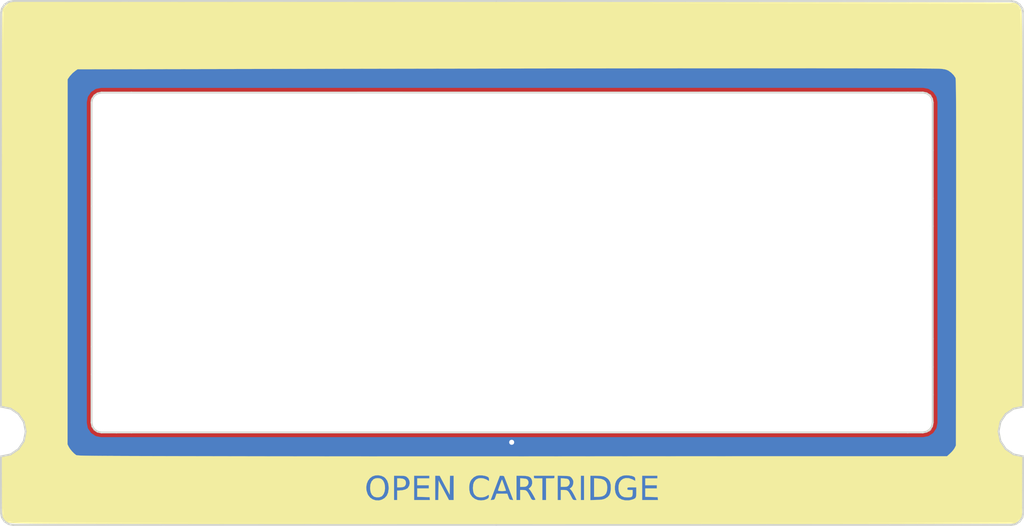
<source format=kicad_pcb>
(kicad_pcb (version 20171130) (host pcbnew 5.0.2-bee76a0~70~ubuntu18.04.1)

  (general
    (thickness 1.6)
    (drawings 111)
    (tracks 4)
    (zones 0)
    (modules 4)
    (nets 2)
  )

  (page A4)
  (layers
    (0 F.Cu signal)
    (31 B.Cu signal)
    (32 B.Adhes user)
    (33 F.Adhes user)
    (34 B.Paste user)
    (35 F.Paste user)
    (36 B.SilkS user)
    (37 F.SilkS user)
    (38 B.Mask user)
    (39 F.Mask user)
    (40 Dwgs.User user)
    (41 Cmts.User user)
    (42 Eco1.User user)
    (43 Eco2.User user)
    (44 Edge.Cuts user)
    (45 Margin user)
    (46 B.CrtYd user)
    (47 F.CrtYd user)
    (48 B.Fab user)
    (49 F.Fab user hide)
  )

  (setup
    (last_trace_width 0.11)
    (trace_clearance 0.15)
    (zone_clearance 0.3)
    (zone_45_only no)
    (trace_min 0.1)
    (segment_width 0.1)
    (edge_width 0.1)
    (via_size 0.6)
    (via_drill 0.4)
    (via_min_size 0.4)
    (via_min_drill 0.3)
    (uvia_size 0.3)
    (uvia_drill 0.1)
    (uvias_allowed no)
    (uvia_min_size 0)
    (uvia_min_drill 0)
    (pcb_text_width 0.3)
    (pcb_text_size 1.5 1.5)
    (mod_edge_width 0.15)
    (mod_text_size 1 1)
    (mod_text_width 0.15)
    (pad_size 1.50114 1.50114)
    (pad_drill 0)
    (pad_to_mask_clearance 0)
    (solder_mask_min_width 0.25)
    (aux_axis_origin 117.264 104.064)
    (grid_origin 100 100.875)
    (visible_elements 7FFFFFFF)
    (pcbplotparams
      (layerselection 0x010fc_ffffffff)
      (usegerberextensions false)
      (usegerberattributes false)
      (usegerberadvancedattributes false)
      (creategerberjobfile false)
      (excludeedgelayer true)
      (linewidth 0.100000)
      (plotframeref false)
      (viasonmask false)
      (mode 1)
      (useauxorigin false)
      (hpglpennumber 1)
      (hpglpenspeed 20)
      (hpglpendiameter 15.000000)
      (psnegative false)
      (psa4output false)
      (plotreference true)
      (plotvalue true)
      (plotinvisibletext false)
      (padsonsilk false)
      (subtractmaskfromsilk false)
      (outputformat 1)
      (mirror false)
      (drillshape 0)
      (scaleselection 1)
      (outputdirectory "gerber/"))
  )

  (net 0 "")
  (net 1 GND)

  (net_class Default "This is the default net class."
    (clearance 0.15)
    (trace_width 0.11)
    (via_dia 0.6)
    (via_drill 0.4)
    (uvia_dia 0.3)
    (uvia_drill 0.1)
    (add_net GND)
  )

  (net_class 4mil ""
    (clearance 0.1)
    (trace_width 0.2)
    (via_dia 0.6)
    (via_drill 0.4)
    (uvia_dia 0.3)
    (uvia_drill 0.1)
  )

  (net_class Big ""
    (clearance 0.1524)
    (trace_width 0.5)
    (via_dia 0.8)
    (via_drill 0.6)
    (uvia_dia 0.3)
    (uvia_drill 0.1)
  )

  (net_class Power ""
    (clearance 0.1524)
    (trace_width 0.3)
    (via_dia 0.8)
    (via_drill 0.6)
    (uvia_dia 0.3)
    (uvia_drill 0.1)
  )

  (module GaudiLabsLogos:OpenCartridge_Silk (layer F.Cu) (tedit 0) (tstamp 5EC4FECD)
    (at 105.0038 66.4326)
    (fp_text reference G*** (at 0 0) (layer F.SilkS) hide
      (effects (font (size 1.524 1.524) (thickness 0.3)))
    )
    (fp_text value LOGO (at 0.75 0) (layer F.SilkS) hide
      (effects (font (size 1.524 1.524) (thickness 0.3)))
    )
    (fp_poly (pts (xy 6.916766 17.280937) (xy 7.194775 17.32142) (xy 7.402876 17.405966) (xy 7.546403 17.539818)
      (xy 7.630689 17.72822) (xy 7.661068 17.976415) (xy 7.661338 18.012833) (xy 7.637071 18.282436)
      (xy 7.562866 18.486046) (xy 7.433516 18.628763) (xy 7.24381 18.715685) (xy 6.98854 18.751913)
      (xy 6.904519 18.753666) (xy 6.604 18.753666) (xy 6.604 17.260865) (xy 6.916766 17.280937)) (layer F.SilkS) (width 0.01))
    (fp_poly (pts (xy 4.217823 17.280018) (xy 4.38168 17.295879) (xy 4.485581 17.323004) (xy 4.55417 17.3693)
      (xy 4.577656 17.395473) (xy 4.64782 17.542436) (xy 4.641178 17.698213) (xy 4.559048 17.83898)
      (xy 4.552757 17.845424) (xy 4.477712 17.906103) (xy 4.388892 17.937654) (xy 4.256408 17.948709)
      (xy 4.192924 17.949333) (xy 3.937 17.949333) (xy 3.937 17.262136) (xy 4.217823 17.280018)) (layer F.SilkS) (width 0.01))
    (fp_poly (pts (xy 0.93763 17.280651) (xy 1.098716 17.299307) (xy 1.200881 17.332293) (xy 1.269681 17.388333)
      (xy 1.276296 17.396263) (xy 1.345972 17.542706) (xy 1.339134 17.698271) (xy 1.257152 17.838871)
      (xy 1.250757 17.845424) (xy 1.170017 17.90913) (xy 1.072642 17.940444) (xy 0.926269 17.949297)
      (xy 0.912091 17.949333) (xy 0.677333 17.949333) (xy 0.677333 17.261823) (xy 0.93763 17.280651)) (layer F.SilkS) (width 0.01))
    (fp_poly (pts (xy -0.758818 17.412408) (xy -0.718455 17.516978) (xy -0.665511 17.660797) (xy -0.607257 17.823387)
      (xy -0.550967 17.984271) (xy -0.503913 18.122971) (xy -0.473367 18.219009) (xy -0.465667 18.250716)
      (xy -0.504538 18.268537) (xy -0.607363 18.28172) (xy -0.753456 18.287836) (xy -0.783167 18.288)
      (xy -0.971209 18.281593) (xy -1.076417 18.262425) (xy -1.100667 18.23931) (xy -1.087369 18.183388)
      (xy -1.052201 18.07385) (xy -1.002256 17.929931) (xy -0.944624 17.770871) (xy -0.886397 17.615906)
      (xy -0.834667 17.484274) (xy -0.796523 17.395213) (xy -0.779326 17.367563) (xy -0.758818 17.412408)) (layer F.SilkS) (width 0.01))
    (fp_poly (pts (xy -8.76178 17.291568) (xy -8.612683 17.353397) (xy -8.519273 17.462176) (xy -8.506142 17.490567)
      (xy -8.478619 17.643751) (xy -8.510544 17.792894) (xy -8.593152 17.908155) (xy -8.637431 17.937588)
      (xy -8.740887 17.968632) (xy -8.886085 17.987953) (xy -8.964083 17.991042) (xy -9.186333 17.991666)
      (xy -9.186333 17.272) (xy -8.976659 17.272) (xy -8.76178 17.291568)) (layer F.SilkS) (width 0.01))
    (fp_poly (pts (xy -10.56118 17.277382) (xy -10.435756 17.331221) (xy -10.30563 17.462988) (xy -10.216763 17.647508)
      (xy -10.168931 17.865089) (xy -10.161915 18.096035) (xy -10.195492 18.320655) (xy -10.269443 18.519254)
      (xy -10.383545 18.67214) (xy -10.451383 18.722841) (xy -10.622031 18.782063) (xy -10.820727 18.790467)
      (xy -11.008116 18.748475) (xy -11.073555 18.716172) (xy -11.219442 18.579081) (xy -11.312525 18.377405)
      (xy -11.353238 18.11009) (xy -11.355275 18.03459) (xy -11.328516 17.748673) (xy -11.243688 17.522993)
      (xy -11.099917 17.355354) (xy -11.077567 17.338231) (xy -10.929173 17.27374) (xy -10.744845 17.253323)
      (xy -10.56118 17.277382)) (layer F.SilkS) (width 0.01))
    (fp_poly (pts (xy -0.363193 -20.938327) (xy 1.475205 -20.937202) (xy 3.293871 -20.936022) (xy 5.090928 -20.934787)
      (xy 6.864502 -20.933502) (xy 8.612716 -20.932168) (xy 10.333693 -20.930789) (xy 12.02556 -20.929366)
      (xy 13.686438 -20.927903) (xy 15.314453 -20.926402) (xy 16.907729 -20.924866) (xy 18.464389 -20.923297)
      (xy 19.982559 -20.921699) (xy 21.460361 -20.920072) (xy 22.89592 -20.918422) (xy 24.287361 -20.916749)
      (xy 25.632807 -20.915056) (xy 26.930382 -20.913347) (xy 28.178211 -20.911623) (xy 29.374417 -20.909888)
      (xy 30.517125 -20.908144) (xy 31.60446 -20.906394) (xy 32.634544 -20.90464) (xy 33.605502 -20.902885)
      (xy 34.515459 -20.901131) (xy 35.362537 -20.899382) (xy 36.144863 -20.897639) (xy 36.860559 -20.895906)
      (xy 37.507749 -20.894185) (xy 38.084559 -20.892479) (xy 38.589111 -20.89079) (xy 39.01953 -20.889121)
      (xy 39.373941 -20.887475) (xy 39.650466 -20.885854) (xy 39.847232 -20.884261) (xy 39.96236 -20.882698)
      (xy 39.991817 -20.881753) (xy 40.200533 -20.865944) (xy 40.343854 -20.849625) (xy 40.440936 -20.827768)
      (xy 40.510929 -20.795348) (xy 40.572988 -20.747338) (xy 40.600571 -20.721994) (xy 40.703807 -20.601455)
      (xy 40.799076 -20.452894) (xy 40.823438 -20.404667) (xy 40.839684 -20.367364) (xy 40.853869 -20.326807)
      (xy 40.866195 -20.277092) (xy 40.876863 -20.212317) (xy 40.886074 -20.126578) (xy 40.894031 -20.013971)
      (xy 40.900933 -19.868592) (xy 40.906983 -19.684539) (xy 40.912382 -19.455907) (xy 40.917332 -19.176793)
      (xy 40.922033 -18.841293) (xy 40.926687 -18.443504) (xy 40.931496 -17.977523) (xy 40.936661 -17.437446)
      (xy 40.941125 -16.9545) (xy 40.943652 -16.636319) (xy 40.94615 -16.237995) (xy 40.948608 -15.764054)
      (xy 40.951016 -15.219021) (xy 40.953366 -14.607418) (xy 40.955648 -13.933773) (xy 40.957851 -13.202608)
      (xy 40.959966 -12.418449) (xy 40.961985 -11.58582) (xy 40.963896 -10.709246) (xy 40.96569 -9.793252)
      (xy 40.967359 -8.842361) (xy 40.968891 -7.861099) (xy 40.970278 -6.853991) (xy 40.97151 -5.82556)
      (xy 40.972577 -4.780332) (xy 40.973469 -3.722831) (xy 40.974178 -2.657582) (xy 40.974693 -1.589109)
      (xy 40.974857 -1.114103) (xy 40.975211 0.109893) (xy 40.975495 1.252051) (xy 40.975695 2.315197)
      (xy 40.975793 3.302159) (xy 40.975776 4.215766) (xy 40.975625 5.058844) (xy 40.975327 5.834221)
      (xy 40.974864 6.544725) (xy 40.974222 7.193184) (xy 40.973385 7.782425) (xy 40.972336 8.315276)
      (xy 40.97106 8.794565) (xy 40.969541 9.223119) (xy 40.967764 9.603766) (xy 40.965713 9.939333)
      (xy 40.963371 10.232649) (xy 40.960724 10.48654) (xy 40.957755 10.703835) (xy 40.954448 10.887361)
      (xy 40.950789 11.039946) (xy 40.94676 11.164418) (xy 40.942347 11.263604) (xy 40.937533 11.340331)
      (xy 40.932303 11.397428) (xy 40.926641 11.437722) (xy 40.920531 11.464041) (xy 40.913958 11.479212)
      (xy 40.906906 11.486064) (xy 40.904583 11.48695) (xy 40.822932 11.507198) (xy 40.692892 11.537347)
      (xy 40.597667 11.558676) (xy 40.217973 11.684097) (xy 39.873326 11.880272) (xy 39.573908 12.137904)
      (xy 39.329903 12.447697) (xy 39.151494 12.800353) (xy 39.111536 12.915517) (xy 39.05553 13.181505)
      (xy 39.033457 13.485973) (xy 39.046113 13.789508) (xy 39.088964 14.0335) (xy 39.23315 14.414973)
      (xy 39.446207 14.752969) (xy 39.720631 15.040555) (xy 40.048922 15.270803) (xy 40.423577 15.436781)
      (xy 40.682687 15.505767) (xy 40.9575 15.561462) (xy 40.941516 17.951314) (xy 40.925533 20.341166)
      (xy 40.781633 20.519007) (xy 40.669481 20.643614) (xy 40.550048 20.755758) (xy 40.501283 20.794174)
      (xy 40.364833 20.8915) (xy 32.8295 20.919189) (xy 32.290158 20.920978) (xy 31.66932 20.922691)
      (xy 30.970156 20.924328) (xy 30.195835 20.925888) (xy 29.349527 20.927371) (xy 28.434404 20.928779)
      (xy 27.453634 20.930111) (xy 26.410388 20.931368) (xy 25.307837 20.93255) (xy 24.149149 20.933656)
      (xy 22.937496 20.934688) (xy 21.676046 20.935646) (xy 20.367971 20.936529) (xy 19.016441 20.937338)
      (xy 17.624625 20.938074) (xy 16.195693 20.938735) (xy 14.732816 20.939324) (xy 13.239164 20.939839)
      (xy 11.717907 20.940282) (xy 10.172214 20.940652) (xy 8.605257 20.94095) (xy 7.020204 20.941175)
      (xy 5.420227 20.941329) (xy 3.808495 20.941411) (xy 2.188178 20.941422) (xy 0.562446 20.941361)
      (xy -1.06553 20.941229) (xy -2.69258 20.941027) (xy -4.315536 20.940754) (xy -5.931225 20.940411)
      (xy -7.536478 20.939998) (xy -9.128126 20.939516) (xy -10.702998 20.938963) (xy -12.257924 20.938342)
      (xy -13.789734 20.937651) (xy -15.295258 20.936891) (xy -16.771325 20.936063) (xy -18.214766 20.935167)
      (xy -19.622411 20.934202) (xy -20.991089 20.93317) (xy -22.317631 20.93207) (xy -23.598866 20.930902)
      (xy -24.831625 20.929668) (xy -26.012736 20.928366) (xy -27.139031 20.926998) (xy -28.207339 20.925563)
      (xy -29.21449 20.924062) (xy -30.157314 20.922495) (xy -31.03264 20.920862) (xy -31.8373 20.919164)
      (xy -32.568122 20.9174) (xy -33.221936 20.915571) (xy -33.633833 20.914247) (xy -34.517709 20.911284)
      (xy -35.3209 20.908638) (xy -36.047391 20.906166) (xy -36.701162 20.903723) (xy -37.286196 20.901169)
      (xy -37.806475 20.898359) (xy -38.265981 20.895152) (xy -38.668697 20.891404) (xy -39.018603 20.886972)
      (xy -39.319683 20.881715) (xy -39.575918 20.875489) (xy -39.79129 20.868151) (xy -39.969782 20.859559)
      (xy -40.115376 20.84957) (xy -40.232053 20.838041) (xy -40.323796 20.824829) (xy -40.394587 20.809792)
      (xy -40.448407 20.792787) (xy -40.48924 20.773671) (xy -40.521066 20.752301) (xy -40.547869 20.728535)
      (xy -40.57363 20.70223) (xy -40.602331 20.673243) (xy -40.61203 20.664077) (xy -40.663891 20.615422)
      (xy -40.708666 20.568162) (xy -40.746953 20.515966) (xy -40.779352 20.452501) (xy -40.80646 20.371436)
      (xy -40.828877 20.266439) (xy -40.847201 20.131178) (xy -40.862032 19.959323) (xy -40.873967 19.744541)
      (xy -40.883606 19.4805) (xy -40.891548 19.160868) (xy -40.898392 18.779315) (xy -40.904735 18.329508)
      (xy -40.909078 17.975978) (xy -11.667012 17.975978) (xy -11.645883 18.25275) (xy -11.560308 18.523012)
      (xy -11.511497 18.618515) (xy -11.353222 18.815197) (xy -11.145146 18.955663) (xy -10.905807 19.033686)
      (xy -10.65374 19.043034) (xy -10.423224 18.984254) (xy -10.189203 18.847474) (xy -10.01934 18.658263)
      (xy -9.912257 18.414274) (xy -9.866577 18.113156) (xy -9.864597 18.031728) (xy -9.895239 17.716511)
      (xy -9.987998 17.453342) (xy -10.141159 17.246073) (xy -10.255775 17.15379) (xy -10.464776 17.060333)
      (xy -9.440333 17.060333) (xy -9.440333 19.007666) (xy -9.186333 19.007666) (xy -9.186333 18.245666)
      (xy -9.043945 18.245666) (xy -8.778775 18.225827) (xy -8.552709 18.169702) (xy -8.383052 18.082383)
      (xy -8.331353 18.036074) (xy -8.222513 17.86065) (xy -8.180572 17.662686) (xy -8.203373 17.46358)
      (xy -8.288757 17.284733) (xy -8.420011 17.156963) (xy -8.49606 17.11233) (xy -8.577853 17.083861)
      (xy -8.686476 17.068054) (xy -8.843018 17.06141) (xy -9.002094 17.060333) (xy -7.831667 17.060333)
      (xy -7.831667 19.007666) (xy -6.556043 19.007666) (xy -6.569438 18.89125) (xy -6.582833 18.774833)
      (xy -7.577667 18.750979) (xy -7.577667 18.076333) (xy -6.646333 18.076333) (xy -6.646333 17.822333)
      (xy -7.577667 17.822333) (xy -7.577667 17.272) (xy -6.604 17.272) (xy -6.604 17.060333)
      (xy -6.138333 17.060333) (xy -6.138333 19.007666) (xy -5.886202 19.007666) (xy -5.874684 18.22782)
      (xy -5.863167 17.447975) (xy -5.447664 18.22782) (xy -5.032161 19.007666) (xy -4.656667 19.007666)
      (xy -4.656667 17.944449) (xy -3.410472 17.944449) (xy -3.401555 18.200546) (xy -3.354077 18.436855)
      (xy -3.30895 18.552287) (xy -3.162688 18.759099) (xy -2.962684 18.912934) (xy -2.724717 19.00914)
      (xy -2.464565 19.043065) (xy -2.219005 19.012658) (xy -1.691335 19.012658) (xy -1.536857 18.999579)
      (xy -1.449408 18.987053) (xy -1.393694 18.954589) (xy -1.351238 18.882048) (xy -1.30356 18.749293)
      (xy -1.301495 18.743083) (xy -1.220611 18.499666) (xy -0.355082 18.499666) (xy -0.268437 18.743083)
      (xy -0.216798 18.878348) (xy -0.172193 18.952861) (xy -0.116103 18.986589) (xy -0.030664 18.999443)
      (xy 0.120464 19.012387) (xy -0.23662 18.073811) (xy -0.338101 17.808026) (xy -0.430326 17.568282)
      (xy -0.508827 17.366054) (xy -0.569133 17.212815) (xy -0.606774 17.120042) (xy -0.616851 17.097784)
      (xy -0.670576 17.073314) (xy -0.773302 17.061053) (xy -0.796249 17.060711) (xy -0.9525 17.061089)
      (xy -1.227667 17.789795) (xy -1.323179 18.042594) (xy -1.415534 18.286784) (xy -1.497684 18.503746)
      (xy -1.562579 18.674863) (xy -1.597084 18.76558) (xy -1.691335 19.012658) (xy -2.219005 19.012658)
      (xy -2.198007 19.010058) (xy -2.001614 18.937721) (xy -1.892204 18.870639) (xy -1.841318 18.792805)
      (xy -1.828235 18.721916) (xy -1.824851 18.625523) (xy -1.848739 18.592035) (xy -1.913649 18.618062)
      (xy -2.003351 18.678743) (xy -2.160991 18.751358) (xy -2.359735 18.788558) (xy -2.566791 18.788877)
      (xy -2.749367 18.750845) (xy -2.823695 18.715459) (xy -2.96327 18.597763) (xy -3.053273 18.443549)
      (xy -3.100066 18.237699) (xy -3.11066 18.034) (xy -3.092618 17.777698) (xy -3.032102 17.580676)
      (xy -2.921842 17.425211) (xy -2.827371 17.343452) (xy -2.670948 17.273704) (xy -2.472395 17.252351)
      (xy -2.258374 17.278434) (xy -2.055551 17.351) (xy -2.016009 17.372562) (xy -1.820333 17.487235)
      (xy -1.820333 17.342108) (xy -1.831366 17.242012) (xy -1.879434 17.177303) (xy -1.979083 17.120416)
      (xy -2.154213 17.06331) (xy -2.174014 17.060333) (xy 0.381 17.060333) (xy 0.381 19.007666)
      (xy 0.677333 19.007666) (xy 0.677333 18.203333) (xy 0.902787 18.203333) (xy 1.033121 18.210754)
      (xy 1.134535 18.241237) (xy 1.220753 18.30711) (xy 1.305497 18.420703) (xy 1.402493 18.594343)
      (xy 1.456489 18.70075) (xy 1.534636 18.85294) (xy 1.591654 18.94419) (xy 1.642762 18.990026)
      (xy 1.703181 19.005972) (xy 1.757365 19.007666) (xy 1.855135 19.000923) (xy 1.903793 18.984353)
      (xy 1.905 18.98094) (xy 1.884243 18.92047) (xy 1.829653 18.808708) (xy 1.752749 18.665855)
      (xy 1.665051 18.512114) (xy 1.578079 18.367686) (xy 1.503354 18.252774) (xy 1.452838 18.188004)
      (xy 1.360509 18.098788) (xy 1.488652 17.99181) (xy 1.594269 17.852023) (xy 1.643907 17.669726)
      (xy 1.633421 17.469355) (xy 1.597165 17.352101) (xy 1.527629 17.233905) (xy 1.425102 17.150329)
      (xy 1.27689 17.096676) (xy 1.070299 17.068249) (xy 0.808519 17.060333) (xy 1.778 17.060333)
      (xy 1.778 17.166166) (xy 1.781609 17.218655) (xy 1.803952 17.250084) (xy 1.862304 17.265852)
      (xy 1.973939 17.271357) (xy 2.116667 17.272) (xy 2.455333 17.272) (xy 2.455333 19.007666)
      (xy 2.751667 19.007666) (xy 3.683 19.007666) (xy 3.937 19.007666) (xy 3.937 18.203333)
      (xy 4.183621 18.203333) (xy 4.321733 18.209807) (xy 4.427393 18.237473) (xy 4.514891 18.298696)
      (xy 4.598518 18.405841) (xy 4.692564 18.571272) (xy 4.758489 18.70075) (xy 4.836613 18.852921)
      (xy 4.893601 18.944164) (xy 4.944696 18.990002) (xy 5.00514 19.005961) (xy 5.059838 19.007666)
      (xy 5.207945 19.007666) (xy 5.033758 18.658416) (xy 4.943588 18.488229) (xy 4.853218 18.335321)
      (xy 4.777745 18.224684) (xy 4.756118 18.198929) (xy 4.652666 18.088691) (xy 4.758749 18.019183)
      (xy 4.85422 17.913108) (xy 4.919827 17.755942) (xy 4.945361 17.57895) (xy 4.936783 17.473998)
      (xy 4.887368 17.348823) (xy 4.800128 17.225504) (xy 4.780479 17.205331) (xy 4.720882 17.151783)
      (xy 4.662671 17.115826) (xy 4.587324 17.093292) (xy 4.476319 17.080011) (xy 4.311136 17.071814)
      (xy 4.167173 17.067273) (xy 3.930975 17.060333) (xy 5.545667 17.060333) (xy 5.545667 19.007666)
      (xy 5.799667 19.007666) (xy 5.799667 17.060333) (xy 6.307667 17.060333) (xy 6.307667 19.016584)
      (xy 6.805083 19.000985) (xy 7.036252 18.991127) (xy 7.204476 18.976098) (xy 7.331465 18.952325)
      (xy 7.438926 18.916235) (xy 7.506376 18.885564) (xy 7.693838 18.76781) (xy 7.823937 18.619021)
      (xy 7.905104 18.424293) (xy 7.945768 18.168726) (xy 7.950214 18.101002) (xy 7.946627 17.93542)
      (xy 8.270508 17.93542) (xy 8.276134 18.187735) (xy 8.318235 18.421182) (xy 8.382 18.580583)
      (xy 8.467372 18.708838) (xy 8.560275 18.816219) (xy 8.596114 18.847358) (xy 8.834402 18.97368)
      (xy 9.11041 19.037358) (xy 9.401894 19.035521) (xy 9.639937 18.982085) (xy 9.792638 18.925942)
      (xy 9.893138 18.867553) (xy 9.952301 18.788493) (xy 9.980993 18.670335) (xy 9.990079 18.494654)
      (xy 9.990667 18.387272) (xy 9.990667 17.991666) (xy 9.630833 17.991666) (xy 9.456585 17.992638)
      (xy 9.35024 17.99884) (xy 9.295037 18.015202) (xy 9.274211 18.046655) (xy 9.271 18.0975)
      (xy 9.277862 18.160311) (xy 9.312885 18.191645) (xy 9.39772 18.20233) (xy 9.482667 18.203333)
      (xy 9.694333 18.203333) (xy 9.694333 18.455843) (xy 9.686552 18.609925) (xy 9.653296 18.709239)
      (xy 9.579697 18.765509) (xy 9.450885 18.790463) (xy 9.2632 18.795841) (xy 9.01111 18.769083)
      (xy 8.819299 18.686054) (xy 8.68285 18.542121) (xy 8.596846 18.332652) (xy 8.56314 18.136168)
      (xy 8.567196 17.852851) (xy 8.636372 17.616454) (xy 8.761789 17.432751) (xy 8.934571 17.307519)
      (xy 9.145839 17.246532) (xy 9.386716 17.255566) (xy 9.648324 17.340397) (xy 9.726083 17.379609)
      (xy 9.906 17.477706) (xy 9.906 17.333607) (xy 9.891513 17.225604) (xy 9.832222 17.155782)
      (xy 9.768754 17.118535) (xy 9.616521 17.067259) (xy 9.57278 17.060333) (xy 10.456333 17.060333)
      (xy 10.456333 19.007666) (xy 11.731957 19.007666) (xy 11.718562 18.89125) (xy 11.705167 18.774833)
      (xy 10.710333 18.750979) (xy 10.710333 18.076333) (xy 11.641667 18.076333) (xy 11.641667 17.822333)
      (xy 10.710333 17.822333) (xy 10.710333 17.272) (xy 11.684 17.272) (xy 11.684 17.060333)
      (xy 10.456333 17.060333) (xy 9.57278 17.060333) (xy 9.414449 17.035263) (xy 9.19566 17.024908)
      (xy 8.993274 17.038559) (xy 8.902508 17.056733) (xy 8.669891 17.162399) (xy 8.47636 17.338963)
      (xy 8.370068 17.499575) (xy 8.301704 17.695584) (xy 8.270508 17.93542) (xy 7.946627 17.93542)
      (xy 7.943712 17.800901) (xy 7.887 17.56195) (xy 7.776819 17.374842) (xy 7.656781 17.262671)
      (xy 7.523029 17.176419) (xy 7.381605 17.117616) (xy 7.212539 17.08172) (xy 6.99586 17.064189)
      (xy 6.767016 17.060333) (xy 6.307667 17.060333) (xy 5.799667 17.060333) (xy 5.545667 17.060333)
      (xy 3.930975 17.060333) (xy 3.683 17.053047) (xy 3.683 19.007666) (xy 2.751667 19.007666)
      (xy 2.751667 17.272) (xy 3.090333 17.272) (xy 3.258298 17.270872) (xy 3.358872 17.263889)
      (xy 3.409329 17.245654) (xy 3.426945 17.210768) (xy 3.429 17.166166) (xy 3.429 17.060333)
      (xy 1.778 17.060333) (xy 0.808519 17.060333) (xy 0.381 17.060333) (xy -2.174014 17.060333)
      (xy -2.370914 17.030731) (xy -2.59198 17.025408) (xy -2.780208 17.05007) (xy -2.812055 17.059306)
      (xy -3.036996 17.176502) (xy -3.224167 17.361062) (xy -3.31223 17.499575) (xy -3.38073 17.700235)
      (xy -3.410472 17.944449) (xy -4.656667 17.944449) (xy -4.656667 17.060333) (xy -4.95109 17.060333)
      (xy -4.962629 17.819865) (xy -4.974167 18.579398) (xy -5.376333 17.819937) (xy -5.7785 17.060476)
      (xy -5.958417 17.060404) (xy -6.138333 17.060333) (xy -6.604 17.060333) (xy -7.831667 17.060333)
      (xy -9.002094 17.060333) (xy -9.440333 17.060333) (xy -10.464776 17.060333) (xy -10.468632 17.058609)
      (xy -10.715362 17.019882) (xy -10.965486 17.039043) (xy -11.175434 17.110582) (xy -11.377905 17.259999)
      (xy -11.529604 17.464264) (xy -11.627113 17.708037) (xy -11.667012 17.975978) (xy -40.909078 17.975978)
      (xy -40.911177 17.805116) (xy -40.915276 17.457464) (xy -40.937745 15.547429) (xy -40.689588 15.519353)
      (xy -40.362872 15.443046) (xy -40.038889 15.295094) (xy -39.733891 15.08743) (xy -39.464129 14.831989)
      (xy -39.246452 14.5415) (xy -35.6235 14.5415) (xy -35.528028 14.735242) (xy -35.419527 14.909508)
      (xy -35.266534 15.098548) (xy -35.096123 15.271897) (xy -34.941873 15.394873) (xy -34.92823 15.402429)
      (xy -34.909239 15.409493) (xy -34.882054 15.416088) (xy -34.843828 15.422238) (xy -34.791716 15.427965)
      (xy -34.722872 15.433292) (xy -34.634448 15.438242) (xy -34.5236 15.442837) (xy -34.387481 15.447101)
      (xy -34.223245 15.451057) (xy -34.028046 15.454726) (xy -33.799038 15.458133) (xy -33.533375 15.4613)
      (xy -33.22821 15.46425) (xy -32.880697 15.467005) (xy -32.487991 15.469588) (xy -32.047246 15.472024)
      (xy -31.555614 15.474333) (xy -31.010251 15.476539) (xy -30.408309 15.478665) (xy -29.746944 15.480735)
      (xy -29.023308 15.482769) (xy -28.234556 15.484792) (xy -27.377841 15.486827) (xy -26.450318 15.488895)
      (xy -25.44914 15.491021) (xy -24.371462 15.493227) (xy -23.214436 15.495535) (xy -22.142197 15.497642)
      (xy -20.927908 15.499857) (xy -19.641811 15.5019) (xy -18.293219 15.503766) (xy -16.891443 15.505453)
      (xy -15.445796 15.506956) (xy -13.965592 15.508271) (xy -12.460141 15.509394) (xy -10.938757 15.510322)
      (xy -9.410752 15.51105) (xy -7.885438 15.511575) (xy -6.372129 15.511892) (xy -4.880136 15.511997)
      (xy -3.418772 15.511887) (xy -1.997349 15.511558) (xy -0.625181 15.511006) (xy 0.688421 15.510226)
      (xy 1.934145 15.509215) (xy 2.878667 15.508234) (xy 4.038571 15.506944) (xy 5.249719 15.505685)
      (xy 6.504114 15.504464) (xy 7.793756 15.503283) (xy 9.110649 15.50215) (xy 10.446795 15.501068)
      (xy 11.794194 15.500044) (xy 13.144849 15.499082) (xy 14.490763 15.498187) (xy 15.823937 15.497364)
      (xy 17.136373 15.496619) (xy 18.420074 15.495957) (xy 19.66704 15.495383) (xy 20.869275 15.494901)
      (xy 22.01878 15.494518) (xy 23.107557 15.494238) (xy 24.127608 15.494066) (xy 25.064702 15.494008)
      (xy 34.910572 15.494) (xy 35.168125 15.260927) (xy 35.309399 15.118471) (xy 35.43555 14.965696)
      (xy 35.521538 14.833083) (xy 35.524589 14.82701) (xy 35.6235 14.626166) (xy 35.635185 -0.052889)
      (xy 35.636221 -1.384209) (xy 35.637135 -2.633467) (xy 35.637919 -3.803267) (xy 35.638562 -4.896213)
      (xy 35.639055 -5.914911) (xy 35.639388 -6.861963) (xy 35.639551 -7.739976) (xy 35.639535 -8.551552)
      (xy 35.639329 -9.299296) (xy 35.638925 -9.985813) (xy 35.638311 -10.613707) (xy 35.63748 -11.185582)
      (xy 35.63642 -11.704044) (xy 35.635122 -12.171695) (xy 35.633577 -12.591141) (xy 35.631774 -12.964985)
      (xy 35.629705 -13.295833) (xy 35.627358 -13.586288) (xy 35.624725 -13.838956) (xy 35.621796 -14.056439)
      (xy 35.618561 -14.241343) (xy 35.615011 -14.396272) (xy 35.611134 -14.523831) (xy 35.606923 -14.626623)
      (xy 35.602367 -14.707253) (xy 35.597456 -14.768326) (xy 35.592181 -14.812446) (xy 35.586532 -14.842216)
      (xy 35.580499 -14.860243) (xy 35.579873 -14.861501) (xy 35.436553 -15.071904) (xy 35.241337 -15.268844)
      (xy 35.025266 -15.421817) (xy 34.991186 -15.439996) (xy 34.867581 -15.494188) (xy 34.732583 -15.532401)
      (xy 34.562419 -15.559614) (xy 34.333316 -15.580806) (xy 34.311167 -15.582431) (xy 34.216031 -15.586159)
      (xy 34.037703 -15.58967) (xy 33.77766 -15.592962) (xy 33.437375 -15.596037) (xy 33.018324 -15.598894)
      (xy 32.521982 -15.601534) (xy 31.949824 -15.603957) (xy 31.303325 -15.606163) (xy 30.583959 -15.608152)
      (xy 29.793203 -15.609925) (xy 28.932531 -15.61148) (xy 28.003419 -15.61282) (xy 27.00734 -15.613943)
      (xy 25.945771 -15.61485) (xy 24.820186 -15.615541) (xy 23.632061 -15.616016) (xy 22.38287 -15.616275)
      (xy 21.074088 -15.616319) (xy 19.707191 -15.616148) (xy 18.283654 -15.615761) (xy 16.804951 -15.615159)
      (xy 15.272558 -15.614342) (xy 13.68795 -15.613311) (xy 12.052601 -15.612065) (xy 10.367988 -15.610604)
      (xy 8.635584 -15.608929) (xy 6.856865 -15.60704) (xy 5.033307 -15.604936) (xy 3.166383 -15.602619)
      (xy 1.25757 -15.600088) (xy -0.691659 -15.597343) (xy -2.679827 -15.594385) (xy -4.70546 -15.591214)
      (xy -6.767082 -15.587829) (xy -8.863219 -15.584232) (xy -10.992396 -15.580421) (xy -12.444318 -15.577735)
      (xy -34.815803 -15.535804) (xy -34.965651 -15.434981) (xy -35.212011 -15.235449) (xy -35.432869 -14.994432)
      (xy -35.510302 -14.887624) (xy -35.617722 -14.725748) (xy -35.6235 14.5415) (xy -39.246452 14.5415)
      (xy -39.245857 14.540706) (xy -39.169846 14.403312) (xy -39.09601 14.247291) (xy -39.048373 14.120636)
      (xy -39.02015 13.994024) (xy -39.004554 13.838135) (xy -38.995805 13.651256) (xy -38.992882 13.386949)
      (xy -39.007894 13.178794) (xy -39.04304 12.999754) (xy -39.051232 12.970068) (xy -39.204282 12.578859)
      (xy -39.42189 12.241216) (xy -39.700765 11.960058) (xy -40.037619 11.738303) (xy -40.42916 11.578871)
      (xy -40.692917 11.513571) (xy -40.936333 11.46633) (xy -40.931863 4.113915) (xy -40.9312 3.253986)
      (xy -40.930223 2.319651) (xy -40.928953 1.321171) (xy -40.927411 0.268805) (xy -40.925618 -0.827185)
      (xy -40.923595 -1.956541) (xy -40.921363 -3.109001) (xy -40.918944 -4.274305) (xy -40.916359 -5.442193)
      (xy -40.913629 -6.602405) (xy -40.910775 -7.74468) (xy -40.907818 -8.858759) (xy -40.904779 -9.934381)
      (xy -40.90168 -10.961285) (xy -40.899149 -11.7475) (xy -40.895786 -12.749696) (xy -40.892599 -13.670692)
      (xy -40.88955 -14.513955) (xy -40.886597 -15.282953) (xy -40.883702 -15.981151) (xy -40.880825 -16.612018)
      (xy -40.877925 -17.179021) (xy -40.874963 -17.685625) (xy -40.871899 -18.135298) (xy -40.868693 -18.531507)
      (xy -40.865306 -18.877718) (xy -40.861697 -19.177399) (xy -40.857827 -19.434017) (xy -40.853656 -19.651038)
      (xy -40.849144 -19.83193) (xy -40.844251 -19.980159) (xy -40.838937 -20.099192) (xy -40.833164 -20.192496)
      (xy -40.826889 -20.263538) (xy -40.820075 -20.315786) (xy -40.812681 -20.352705) (xy -40.804668 -20.377762)
      (xy -40.79989 -20.387913) (xy -40.733296 -20.481534) (xy -40.62472 -20.604515) (xy -40.496737 -20.731431)
      (xy -40.486714 -20.740647) (xy -40.244553 -20.961968) (xy -0.363193 -20.938327)) (layer F.SilkS) (width 0.01))
  )

  (module GaudiLabsLogos:OpenCartridge_Cooper (layer F.Cu) (tedit 0) (tstamp 5EB884AC)
    (at 105.0292 66.4072)
    (fp_text reference G*** (at 0 0) (layer F.SilkS) hide
      (effects (font (size 1.524 1.524) (thickness 0.3)))
    )
    (fp_text value LOGO (at 0.75 0) (layer F.SilkS) hide
      (effects (font (size 1.524 1.524) (thickness 0.3)))
    )
    (fp_poly (pts (xy 17.627119 -15.052969) (xy 18.795548 -15.05282) (xy 19.923421 -15.052567) (xy 21.008014 -15.052209)
      (xy 22.046606 -15.051744) (xy 23.036475 -15.051169) (xy 23.974898 -15.050482) (xy 24.859153 -15.049681)
      (xy 25.686518 -15.048763) (xy 26.454271 -15.047728) (xy 27.159688 -15.046571) (xy 27.800049 -15.045292)
      (xy 28.37263 -15.043888) (xy 28.87471 -15.042357) (xy 29.303567 -15.040697) (xy 29.656477 -15.038904)
      (xy 29.721623 -15.038505) (xy 34.65708 -15.007166) (xy 34.827276 -14.889218) (xy 34.942165 -14.793875)
      (xy 35.031734 -14.6922) (xy 35.05348 -14.656384) (xy 35.064856 -14.610031) (xy 35.075563 -14.517817)
      (xy 35.085614 -14.37792) (xy 35.095026 -14.188516) (xy 35.103811 -13.947781) (xy 35.111985 -13.653891)
      (xy 35.119562 -13.305023) (xy 35.126557 -12.899353) (xy 35.132983 -12.435058) (xy 35.138857 -11.910314)
      (xy 35.144192 -11.323297) (xy 35.149002 -10.672184) (xy 35.153303 -9.95515) (xy 35.157108 -9.170373)
      (xy 35.160433 -8.316029) (xy 35.163292 -7.390293) (xy 35.165699 -6.391343) (xy 35.167668 -5.317355)
      (xy 35.169215 -4.166504) (xy 35.170354 -2.936968) (xy 35.171099 -1.626923) (xy 35.171465 -0.234545)
      (xy 35.171502 0.169334) (xy 35.171386 1.567242) (xy 35.170872 2.882343) (xy 35.169943 4.116493)
      (xy 35.168584 5.27155) (xy 35.16678 6.349372) (xy 35.164516 7.351816) (xy 35.161777 8.280739)
      (xy 35.158547 9.138001) (xy 35.154812 9.925457) (xy 35.150555 10.644966) (xy 35.145762 11.298385)
      (xy 35.140418 11.887572) (xy 35.134507 12.414385) (xy 35.128014 12.88068) (xy 35.120924 13.288317)
      (xy 35.113222 13.639151) (xy 35.104892 13.935042) (xy 35.09592 14.177846) (xy 35.086289 14.369421)
      (xy 35.075985 14.511625) (xy 35.064993 14.606315) (xy 35.053297 14.655349) (xy 35.052816 14.656385)
      (xy 34.984077 14.750465) (xy 34.875876 14.852619) (xy 34.827279 14.889218) (xy 34.657085 15.007167)
      (xy 26.525459 15.034699) (xy 25.813531 15.036909) (xy 25.020887 15.039002) (xy 24.151478 15.040976)
      (xy 23.209256 15.042833) (xy 22.198171 15.044574) (xy 21.122175 15.046198) (xy 19.985218 15.047705)
      (xy 18.791251 15.049097) (xy 17.544226 15.050373) (xy 16.248093 15.051534) (xy 14.906804 15.05258)
      (xy 13.524308 15.053511) (xy 12.104559 15.054329) (xy 10.651506 15.055032) (xy 9.1691 15.055622)
      (xy 7.661292 15.056099) (xy 6.132034 15.056463) (xy 4.585276 15.056715) (xy 3.02497 15.056855)
      (xy 1.455066 15.056883) (xy -0.120484 15.056799) (xy -1.697731 15.056605) (xy -3.272721 15.0563)
      (xy -4.841506 15.055885) (xy -6.400133 15.055359) (xy -7.944652 15.054724) (xy -9.471111 15.05398)
      (xy -10.97556 15.053127) (xy -12.454047 15.052165) (xy -13.902623 15.051095) (xy -15.317334 15.049917)
      (xy -16.694232 15.048632) (xy -18.029364 15.047239) (xy -19.31878 15.04574) (xy -20.558528 15.044134)
      (xy -21.744658 15.042422) (xy -22.873219 15.040604) (xy -23.94026 15.03868) (xy -24.941829 15.036652)
      (xy -25.873975 15.034519) (xy -26.732749 15.032281) (xy -27.514198 15.02994) (xy -27.516666 15.029932)
      (xy -28.424571 15.026957) (xy -29.25164 15.024134) (xy -30.001706 15.021412) (xy -30.678599 15.018739)
      (xy -31.286151 15.016064) (xy -31.828192 15.013338) (xy -32.308555 15.010508) (xy -32.731071 15.007525)
      (xy -33.09957 15.004337) (xy -33.417885 15.000893) (xy -33.689846 14.997143) (xy -33.919285 14.993036)
      (xy -34.110033 14.98852) (xy -34.265921 14.983546) (xy -34.390781 14.978061) (xy -34.488443 14.972016)
      (xy -34.56274 14.965359) (xy -34.617502 14.95804) (xy -34.656561 14.950008) (xy -34.683748 14.941211)
      (xy -34.697707 14.934604) (xy -34.832187 14.85009) (xy -34.928716 14.756269) (xy -34.99501 14.636463)
      (xy -35.038784 14.473992) (xy -35.067754 14.252175) (xy -35.079415 14.109436) (xy -35.082264 14.027735)
      (xy -35.085047 13.864704) (xy -35.087756 13.623682) (xy -35.090383 13.308004) (xy -35.092919 12.921009)
      (xy -35.095357 12.466034) (xy -35.097687 11.946416) (xy -35.099901 11.365492) (xy -35.101991 10.7266)
      (xy -35.103949 10.033077) (xy -35.105766 9.288261) (xy -35.107434 8.495487) (xy -35.108945 7.658095)
      (xy -35.110289 6.779421) (xy -35.111459 5.862802) (xy -35.112447 4.911576) (xy -35.113244 3.92908)
      (xy -35.113841 2.918651) (xy -35.114231 1.883626) (xy -35.114405 0.827344) (xy -35.114399 0.148167)
      (xy -35.114263 -1.169373) (xy -35.114044 -2.404954) (xy -35.113715 -3.561285) (xy -35.113247 -4.641075)
      (xy -35.112616 -5.647031) (xy -35.111794 -6.581862) (xy -35.110754 -7.448276) (xy -35.10947 -8.248982)
      (xy -35.107915 -8.986687) (xy -35.106061 -9.664101) (xy -35.103883 -10.283931) (xy -35.101353 -10.848886)
      (xy -35.098445 -11.361674) (xy -35.095131 -11.825003) (xy -35.091386 -12.241582) (xy -35.087182 -12.61412)
      (xy -35.082493 -12.945323) (xy -35.080288 -13.069358) (xy -33.782 -13.069358) (xy -33.782 -0.118758)
      (xy -33.781908 1.222225) (xy -33.781629 2.480336) (xy -33.781156 3.657371) (xy -33.780482 4.755125)
      (xy -33.779601 5.775392) (xy -33.778507 6.719969) (xy -33.777192 7.590648) (xy -33.775651 8.389227)
      (xy -33.773876 9.117499) (xy -33.771862 9.77726) (xy -33.769601 10.370305) (xy -33.767087 10.898429)
      (xy -33.764314 11.363427) (xy -33.761274 11.767093) (xy -33.757963 12.111224) (xy -33.754372 12.397613)
      (xy -33.750496 12.628057) (xy -33.746327 12.804349) (xy -33.74186 12.928286) (xy -33.737088 13.001662)
      (xy -33.734133 13.021937) (xy -33.654917 13.208198) (xy -33.516602 13.399404) (xy -33.506153 13.4111)
      (xy -33.413244 13.510661) (xy -33.339014 13.571367) (xy -33.256641 13.604919) (xy -33.139304 13.623015)
      (xy -32.993103 13.634906) (xy -32.928384 13.636575) (xy -32.781567 13.638193) (xy -32.555222 13.639759)
      (xy -32.251919 13.641274) (xy -31.874227 13.642737) (xy -31.424716 13.644148) (xy -30.905954 13.645507)
      (xy -30.320512 13.646814) (xy -29.670959 13.64807) (xy -28.959864 13.649273) (xy -28.189796 13.650425)
      (xy -27.363326 13.651524) (xy -26.483022 13.652571) (xy -25.551454 13.653566) (xy -24.571191 13.654509)
      (xy -23.544803 13.655399) (xy -22.47486 13.656237) (xy -21.36393 13.657023) (xy -20.214583 13.657756)
      (xy -19.029388 13.658437) (xy -17.810916 13.659065) (xy -16.561735 13.65964) (xy -15.284415 13.660163)
      (xy -13.981525 13.660633) (xy -12.655634 13.66105) (xy -11.309313 13.661414) (xy -9.94513 13.661725)
      (xy -8.565655 13.661984) (xy -7.173458 13.662189) (xy -5.771107 13.662341) (xy -4.361173 13.66244)
      (xy -2.946224 13.662486) (xy -1.52883 13.662479) (xy -0.111561 13.662418) (xy 1.303014 13.662304)
      (xy 2.712326 13.662137) (xy 4.113805 13.661916) (xy 5.504882 13.661642) (xy 6.882987 13.661314)
      (xy 8.245551 13.660933) (xy 9.590004 13.660498) (xy 10.913778 13.660009) (xy 12.214302 13.659466)
      (xy 13.489007 13.65887) (xy 14.735324 13.658219) (xy 15.950684 13.657515) (xy 17.132516 13.656757)
      (xy 18.278252 13.655944) (xy 19.385321 13.655078) (xy 20.451156 13.654157) (xy 21.473185 13.653183)
      (xy 22.448841 13.652154) (xy 23.375552 13.65107) (xy 24.250751 13.649932) (xy 25.071867 13.64874)
      (xy 25.836331 13.647494) (xy 26.541573 13.646192) (xy 27.185025 13.644837) (xy 27.764117 13.643426)
      (xy 28.276278 13.641961) (xy 28.718941 13.640441) (xy 29.089535 13.638866) (xy 29.385491 13.637237)
      (xy 29.5275 13.636222) (xy 30.181227 13.630883) (xy 30.755656 13.625936) (xy 31.256154 13.621234)
      (xy 31.688088 13.616635) (xy 32.056827 13.611992) (xy 32.367736 13.607163) (xy 32.626183 13.602001)
      (xy 32.837535 13.596363) (xy 33.007159 13.590105) (xy 33.140422 13.58308) (xy 33.242692 13.575146)
      (xy 33.319336 13.566157) (xy 33.375721 13.555969) (xy 33.417213 13.544438) (xy 33.449181 13.531418)
      (xy 33.45097 13.530559) (xy 33.531779 13.483553) (xy 33.593638 13.422958) (xy 33.640175 13.336559)
      (xy 33.675016 13.212143) (xy 33.701789 13.037495) (xy 33.724119 12.8004) (xy 33.741593 12.551834)
      (xy 33.745646 12.446049) (xy 33.74949 12.259834) (xy 33.753127 11.997427) (xy 33.756555 11.663065)
      (xy 33.759776 11.260983) (xy 33.762788 10.79542) (xy 33.765593 10.270612) (xy 33.768189 9.690796)
      (xy 33.770578 9.060208) (xy 33.772758 8.383086) (xy 33.774731 7.663667) (xy 33.776495 6.906187)
      (xy 33.778052 6.114884) (xy 33.7794 5.293994) (xy 33.780541 4.447755) (xy 33.781473 3.580402)
      (xy 33.782198 2.696174) (xy 33.782714 1.799307) (xy 33.783023 0.894037) (xy 33.783123 -0.015398)
      (xy 33.783016 -0.924761) (xy 33.7827 -1.829815) (xy 33.782177 -2.726324) (xy 33.781445 -3.610051)
      (xy 33.780506 -4.476758) (xy 33.779358 -5.322209) (xy 33.778003 -6.142167) (xy 33.776439 -6.932395)
      (xy 33.774668 -7.688656) (xy 33.772688 -8.406713) (xy 33.770501 -9.08233) (xy 33.768105 -9.711268)
      (xy 33.765501 -10.289293) (xy 33.76269 -10.812165) (xy 33.75967 -11.27565) (xy 33.756443 -11.675509)
      (xy 33.753007 -12.007506) (xy 33.749364 -12.267404) (xy 33.745512 -12.450966) (xy 33.741593 -12.551833)
      (xy 33.723755 -12.787035) (xy 33.702632 -13.002741) (xy 33.680445 -13.179771) (xy 33.659416 -13.298943)
      (xy 33.651971 -13.325703) (xy 33.63172 -13.382508) (xy 33.609383 -13.43098) (xy 33.578457 -13.471878)
      (xy 33.532439 -13.505957) (xy 33.464827 -13.533976) (xy 33.369118 -13.556693) (xy 33.238809 -13.574863)
      (xy 33.067397 -13.589246) (xy 32.84838 -13.600598) (xy 32.575255 -13.609677) (xy 32.24152 -13.617239)
      (xy 31.840671 -13.624044) (xy 31.366206 -13.630848) (xy 30.988 -13.635999) (xy 30.801507 -13.637968)
      (xy 30.536189 -13.639897) (xy 30.194626 -13.641784) (xy 29.779394 -13.643629) (xy 29.293069 -13.645432)
      (xy 28.73823 -13.647191) (xy 28.117454 -13.648906) (xy 27.433318 -13.650577) (xy 26.688398 -13.652203)
      (xy 25.885273 -13.653782) (xy 25.02652 -13.655315) (xy 24.114715 -13.656801) (xy 23.152437 -13.658239)
      (xy 22.142261 -13.659628) (xy 21.086767 -13.660969) (xy 19.988529 -13.662259) (xy 18.850127 -13.663499)
      (xy 17.674137 -13.664688) (xy 16.463136 -13.665825) (xy 15.219702 -13.66691) (xy 13.946412 -13.667941)
      (xy 12.645843 -13.668919) (xy 11.320572 -13.669843) (xy 9.973177 -13.670711) (xy 8.606235 -13.671524)
      (xy 7.222322 -13.672281) (xy 5.824017 -13.67298) (xy 4.413896 -13.673622) (xy 2.994537 -13.674206)
      (xy 1.568517 -13.674731) (xy 0.138413 -13.675196) (xy -1.293197 -13.675601) (xy -2.723737 -13.675945)
      (xy -4.150629 -13.676227) (xy -5.571296 -13.676448) (xy -6.983161 -13.676605) (xy -8.383646 -13.676699)
      (xy -9.770174 -13.676729) (xy -11.140168 -13.676694) (xy -12.491051 -13.676594) (xy -13.820246 -13.676428)
      (xy -15.125175 -13.676195) (xy -16.403261 -13.675894) (xy -17.651926 -13.675526) (xy -18.868595 -13.675089)
      (xy -20.050688 -13.674582) (xy -21.19563 -13.674006) (xy -22.300843 -13.673359) (xy -23.36375 -13.67264)
      (xy -24.381772 -13.67185) (xy -25.352335 -13.670987) (xy -26.272859 -13.670051) (xy -27.140768 -13.669041)
      (xy -27.953484 -13.667956) (xy -28.708431 -13.666797) (xy -29.403031 -13.665561) (xy -30.034706 -13.664249)
      (xy -30.60088 -13.66286) (xy -31.098976 -13.661393) (xy -31.526416 -13.659847) (xy -31.880622 -13.658223)
      (xy -32.159019 -13.656518) (xy -32.359028 -13.654734) (xy -32.478072 -13.652868) (xy -32.503989 -13.652028)
      (xy -32.763531 -13.638962) (xy -32.953695 -13.626419) (xy -33.089714 -13.611844) (xy -33.18682 -13.592686)
      (xy -33.260246 -13.566391) (xy -33.325225 -13.530406) (xy -33.357933 -13.50891) (xy -33.489576 -13.402921)
      (xy -33.61894 -13.272928) (xy -33.651693 -13.233929) (xy -33.782 -13.069358) (xy -35.080288 -13.069358)
      (xy -35.077291 -13.237901) (xy -35.071551 -13.494562) (xy -35.065244 -13.718015) (xy -35.058345 -13.910966)
      (xy -35.050827 -14.076126) (xy -35.042662 -14.216202) (xy -35.033825 -14.333903) (xy -35.024288 -14.431936)
      (xy -35.014024 -14.51301) (xy -35.003007 -14.579834) (xy -34.991211 -14.635116) (xy -34.978607 -14.681563)
      (xy -34.967431 -14.715581) (xy -34.946671 -14.769501) (xy -34.921042 -14.814731) (xy -34.883317 -14.852175)
      (xy -34.826266 -14.882737) (xy -34.742661 -14.907323) (xy -34.625274 -14.926835) (xy -34.466875 -14.94218)
      (xy -34.260237 -14.954261) (xy -33.998131 -14.963982) (xy -33.673329 -14.972248) (xy -33.278601 -14.979963)
      (xy -32.80672 -14.988032) (xy -32.787166 -14.988358) (xy -32.611211 -14.99059) (xy -32.353311 -14.992816)
      (xy -32.016188 -14.995036) (xy -31.602566 -14.997246) (xy -31.115166 -14.999445) (xy -30.556711 -15.00163)
      (xy -29.929922 -15.003799) (xy -29.237523 -15.005951) (xy -28.482235 -15.008082) (xy -27.66678 -15.010191)
      (xy -26.793881 -15.012276) (xy -25.866261 -15.014334) (xy -24.88664 -15.016363) (xy -23.857742 -15.018361)
      (xy -22.782289 -15.020325) (xy -21.663003 -15.022254) (xy -20.502607 -15.024146) (xy -19.303822 -15.025998)
      (xy -18.06937 -15.027807) (xy -16.801975 -15.029573) (xy -15.504358 -15.031292) (xy -14.179241 -15.032963)
      (xy -12.829348 -15.034583) (xy -11.457399 -15.03615) (xy -10.066118 -15.037662) (xy -8.658226 -15.039117)
      (xy -7.236446 -15.040512) (xy -5.8035 -15.041845) (xy -4.36211 -15.043115) (xy -2.914999 -15.044319)
      (xy -1.464888 -15.045455) (xy -0.014501 -15.04652) (xy 1.433441 -15.047512) (xy 2.876216 -15.04843)
      (xy 4.311101 -15.049271) (xy 5.735374 -15.050033) (xy 7.146313 -15.050714) (xy 8.541195 -15.051311)
      (xy 9.917298 -15.051822) (xy 11.271901 -15.052246) (xy 12.60228 -15.052579) (xy 13.905713 -15.05282)
      (xy 15.179479 -15.052967) (xy 16.420855 -15.053017) (xy 17.627119 -15.052969)) (layer F.Cu) (width 0.01))
  )

  (module GaudiLabsLogos:OpenCartridge_Mask (layer F.Cu) (tedit 0) (tstamp 5EC4FEA9)
    (at 105.0292 66.4)
    (fp_text reference G*** (at 0 0) (layer F.SilkS) hide
      (effects (font (size 1.524 1.524) (thickness 0.3)))
    )
    (fp_text value LOGO (at 0.75 0) (layer F.SilkS) hide
      (effects (font (size 1.524 1.524) (thickness 0.3)))
    )
    (fp_poly (pts (xy 17.627119 -15.052969) (xy 18.795548 -15.05282) (xy 19.923421 -15.052567) (xy 21.008014 -15.052209)
      (xy 22.046606 -15.051744) (xy 23.036475 -15.051169) (xy 23.974898 -15.050482) (xy 24.859153 -15.049681)
      (xy 25.686518 -15.048763) (xy 26.454271 -15.047728) (xy 27.159688 -15.046571) (xy 27.800049 -15.045292)
      (xy 28.37263 -15.043888) (xy 28.87471 -15.042357) (xy 29.303567 -15.040697) (xy 29.656477 -15.038904)
      (xy 29.721623 -15.038505) (xy 34.65708 -15.007166) (xy 34.827276 -14.889218) (xy 34.942165 -14.793875)
      (xy 35.031734 -14.6922) (xy 35.05348 -14.656384) (xy 35.064856 -14.610031) (xy 35.075563 -14.517817)
      (xy 35.085614 -14.37792) (xy 35.095026 -14.188516) (xy 35.103811 -13.947781) (xy 35.111985 -13.653891)
      (xy 35.119562 -13.305023) (xy 35.126557 -12.899353) (xy 35.132983 -12.435058) (xy 35.138857 -11.910314)
      (xy 35.144192 -11.323297) (xy 35.149002 -10.672184) (xy 35.153303 -9.95515) (xy 35.157108 -9.170373)
      (xy 35.160433 -8.316029) (xy 35.163292 -7.390293) (xy 35.165699 -6.391343) (xy 35.167668 -5.317355)
      (xy 35.169215 -4.166504) (xy 35.170354 -2.936968) (xy 35.171099 -1.626923) (xy 35.171465 -0.234545)
      (xy 35.171502 0.169334) (xy 35.171386 1.567242) (xy 35.170872 2.882343) (xy 35.169943 4.116493)
      (xy 35.168584 5.27155) (xy 35.16678 6.349372) (xy 35.164516 7.351816) (xy 35.161777 8.280739)
      (xy 35.158547 9.138001) (xy 35.154812 9.925457) (xy 35.150555 10.644966) (xy 35.145762 11.298385)
      (xy 35.140418 11.887572) (xy 35.134507 12.414385) (xy 35.128014 12.88068) (xy 35.120924 13.288317)
      (xy 35.113222 13.639151) (xy 35.104892 13.935042) (xy 35.09592 14.177846) (xy 35.086289 14.369421)
      (xy 35.075985 14.511625) (xy 35.064993 14.606315) (xy 35.053297 14.655349) (xy 35.052816 14.656385)
      (xy 34.984077 14.750465) (xy 34.875876 14.852619) (xy 34.827279 14.889218) (xy 34.657085 15.007167)
      (xy 26.525459 15.034699) (xy 25.813531 15.036909) (xy 25.020887 15.039002) (xy 24.151478 15.040976)
      (xy 23.209256 15.042833) (xy 22.198171 15.044574) (xy 21.122175 15.046198) (xy 19.985218 15.047705)
      (xy 18.791251 15.049097) (xy 17.544226 15.050373) (xy 16.248093 15.051534) (xy 14.906804 15.05258)
      (xy 13.524308 15.053511) (xy 12.104559 15.054329) (xy 10.651506 15.055032) (xy 9.1691 15.055622)
      (xy 7.661292 15.056099) (xy 6.132034 15.056463) (xy 4.585276 15.056715) (xy 3.02497 15.056855)
      (xy 1.455066 15.056883) (xy -0.120484 15.056799) (xy -1.697731 15.056605) (xy -3.272721 15.0563)
      (xy -4.841506 15.055885) (xy -6.400133 15.055359) (xy -7.944652 15.054724) (xy -9.471111 15.05398)
      (xy -10.97556 15.053127) (xy -12.454047 15.052165) (xy -13.902623 15.051095) (xy -15.317334 15.049917)
      (xy -16.694232 15.048632) (xy -18.029364 15.047239) (xy -19.31878 15.04574) (xy -20.558528 15.044134)
      (xy -21.744658 15.042422) (xy -22.873219 15.040604) (xy -23.94026 15.03868) (xy -24.941829 15.036652)
      (xy -25.873975 15.034519) (xy -26.732749 15.032281) (xy -27.514198 15.02994) (xy -27.516666 15.029932)
      (xy -28.424571 15.026957) (xy -29.25164 15.024134) (xy -30.001706 15.021412) (xy -30.678599 15.018739)
      (xy -31.286151 15.016064) (xy -31.828192 15.013338) (xy -32.308555 15.010508) (xy -32.731071 15.007525)
      (xy -33.09957 15.004337) (xy -33.417885 15.000893) (xy -33.689846 14.997143) (xy -33.919285 14.993036)
      (xy -34.110033 14.98852) (xy -34.265921 14.983546) (xy -34.390781 14.978061) (xy -34.488443 14.972016)
      (xy -34.56274 14.965359) (xy -34.617502 14.95804) (xy -34.656561 14.950008) (xy -34.683748 14.941211)
      (xy -34.697707 14.934604) (xy -34.832187 14.85009) (xy -34.928716 14.756269) (xy -34.99501 14.636463)
      (xy -35.038784 14.473992) (xy -35.067754 14.252175) (xy -35.079415 14.109436) (xy -35.082264 14.027735)
      (xy -35.085047 13.864704) (xy -35.087756 13.623682) (xy -35.090383 13.308004) (xy -35.092919 12.921009)
      (xy -35.095357 12.466034) (xy -35.097687 11.946416) (xy -35.099901 11.365492) (xy -35.101991 10.7266)
      (xy -35.103949 10.033077) (xy -35.105766 9.288261) (xy -35.107434 8.495487) (xy -35.108945 7.658095)
      (xy -35.110289 6.779421) (xy -35.111459 5.862802) (xy -35.112447 4.911576) (xy -35.113244 3.92908)
      (xy -35.113841 2.918651) (xy -35.114231 1.883626) (xy -35.114405 0.827344) (xy -35.114399 0.148167)
      (xy -35.114263 -1.169373) (xy -35.114044 -2.404954) (xy -35.113715 -3.561285) (xy -35.113247 -4.641075)
      (xy -35.112616 -5.647031) (xy -35.111794 -6.581862) (xy -35.110754 -7.448276) (xy -35.10947 -8.248982)
      (xy -35.107915 -8.986687) (xy -35.106061 -9.664101) (xy -35.103883 -10.283931) (xy -35.101353 -10.848886)
      (xy -35.098445 -11.361674) (xy -35.095131 -11.825003) (xy -35.091386 -12.241582) (xy -35.087182 -12.61412)
      (xy -35.082493 -12.945323) (xy -35.080288 -13.069358) (xy -33.782 -13.069358) (xy -33.782 -0.118758)
      (xy -33.781908 1.222225) (xy -33.781629 2.480336) (xy -33.781156 3.657371) (xy -33.780482 4.755125)
      (xy -33.779601 5.775392) (xy -33.778507 6.719969) (xy -33.777192 7.590648) (xy -33.775651 8.389227)
      (xy -33.773876 9.117499) (xy -33.771862 9.77726) (xy -33.769601 10.370305) (xy -33.767087 10.898429)
      (xy -33.764314 11.363427) (xy -33.761274 11.767093) (xy -33.757963 12.111224) (xy -33.754372 12.397613)
      (xy -33.750496 12.628057) (xy -33.746327 12.804349) (xy -33.74186 12.928286) (xy -33.737088 13.001662)
      (xy -33.734133 13.021937) (xy -33.654917 13.208198) (xy -33.516602 13.399404) (xy -33.506153 13.4111)
      (xy -33.413244 13.510661) (xy -33.339014 13.571367) (xy -33.256641 13.604919) (xy -33.139304 13.623015)
      (xy -32.993103 13.634906) (xy -32.928384 13.636575) (xy -32.781567 13.638193) (xy -32.555222 13.639759)
      (xy -32.251919 13.641274) (xy -31.874227 13.642737) (xy -31.424716 13.644148) (xy -30.905954 13.645507)
      (xy -30.320512 13.646814) (xy -29.670959 13.64807) (xy -28.959864 13.649273) (xy -28.189796 13.650425)
      (xy -27.363326 13.651524) (xy -26.483022 13.652571) (xy -25.551454 13.653566) (xy -24.571191 13.654509)
      (xy -23.544803 13.655399) (xy -22.47486 13.656237) (xy -21.36393 13.657023) (xy -20.214583 13.657756)
      (xy -19.029388 13.658437) (xy -17.810916 13.659065) (xy -16.561735 13.65964) (xy -15.284415 13.660163)
      (xy -13.981525 13.660633) (xy -12.655634 13.66105) (xy -11.309313 13.661414) (xy -9.94513 13.661725)
      (xy -8.565655 13.661984) (xy -7.173458 13.662189) (xy -5.771107 13.662341) (xy -4.361173 13.66244)
      (xy -2.946224 13.662486) (xy -1.52883 13.662479) (xy -0.111561 13.662418) (xy 1.303014 13.662304)
      (xy 2.712326 13.662137) (xy 4.113805 13.661916) (xy 5.504882 13.661642) (xy 6.882987 13.661314)
      (xy 8.245551 13.660933) (xy 9.590004 13.660498) (xy 10.913778 13.660009) (xy 12.214302 13.659466)
      (xy 13.489007 13.65887) (xy 14.735324 13.658219) (xy 15.950684 13.657515) (xy 17.132516 13.656757)
      (xy 18.278252 13.655944) (xy 19.385321 13.655078) (xy 20.451156 13.654157) (xy 21.473185 13.653183)
      (xy 22.448841 13.652154) (xy 23.375552 13.65107) (xy 24.250751 13.649932) (xy 25.071867 13.64874)
      (xy 25.836331 13.647494) (xy 26.541573 13.646192) (xy 27.185025 13.644837) (xy 27.764117 13.643426)
      (xy 28.276278 13.641961) (xy 28.718941 13.640441) (xy 29.089535 13.638866) (xy 29.385491 13.637237)
      (xy 29.5275 13.636222) (xy 30.181227 13.630883) (xy 30.755656 13.625936) (xy 31.256154 13.621234)
      (xy 31.688088 13.616635) (xy 32.056827 13.611992) (xy 32.367736 13.607163) (xy 32.626183 13.602001)
      (xy 32.837535 13.596363) (xy 33.007159 13.590105) (xy 33.140422 13.58308) (xy 33.242692 13.575146)
      (xy 33.319336 13.566157) (xy 33.375721 13.555969) (xy 33.417213 13.544438) (xy 33.449181 13.531418)
      (xy 33.45097 13.530559) (xy 33.531779 13.483553) (xy 33.593638 13.422958) (xy 33.640175 13.336559)
      (xy 33.675016 13.212143) (xy 33.701789 13.037495) (xy 33.724119 12.8004) (xy 33.741593 12.551834)
      (xy 33.745646 12.446049) (xy 33.74949 12.259834) (xy 33.753127 11.997427) (xy 33.756555 11.663065)
      (xy 33.759776 11.260983) (xy 33.762788 10.79542) (xy 33.765593 10.270612) (xy 33.768189 9.690796)
      (xy 33.770578 9.060208) (xy 33.772758 8.383086) (xy 33.774731 7.663667) (xy 33.776495 6.906187)
      (xy 33.778052 6.114884) (xy 33.7794 5.293994) (xy 33.780541 4.447755) (xy 33.781473 3.580402)
      (xy 33.782198 2.696174) (xy 33.782714 1.799307) (xy 33.783023 0.894037) (xy 33.783123 -0.015398)
      (xy 33.783016 -0.924761) (xy 33.7827 -1.829815) (xy 33.782177 -2.726324) (xy 33.781445 -3.610051)
      (xy 33.780506 -4.476758) (xy 33.779358 -5.322209) (xy 33.778003 -6.142167) (xy 33.776439 -6.932395)
      (xy 33.774668 -7.688656) (xy 33.772688 -8.406713) (xy 33.770501 -9.08233) (xy 33.768105 -9.711268)
      (xy 33.765501 -10.289293) (xy 33.76269 -10.812165) (xy 33.75967 -11.27565) (xy 33.756443 -11.675509)
      (xy 33.753007 -12.007506) (xy 33.749364 -12.267404) (xy 33.745512 -12.450966) (xy 33.741593 -12.551833)
      (xy 33.723755 -12.787035) (xy 33.702632 -13.002741) (xy 33.680445 -13.179771) (xy 33.659416 -13.298943)
      (xy 33.651971 -13.325703) (xy 33.63172 -13.382508) (xy 33.609383 -13.43098) (xy 33.578457 -13.471878)
      (xy 33.532439 -13.505957) (xy 33.464827 -13.533976) (xy 33.369118 -13.556693) (xy 33.238809 -13.574863)
      (xy 33.067397 -13.589246) (xy 32.84838 -13.600598) (xy 32.575255 -13.609677) (xy 32.24152 -13.617239)
      (xy 31.840671 -13.624044) (xy 31.366206 -13.630848) (xy 30.988 -13.635999) (xy 30.801507 -13.637968)
      (xy 30.536189 -13.639897) (xy 30.194626 -13.641784) (xy 29.779394 -13.643629) (xy 29.293069 -13.645432)
      (xy 28.73823 -13.647191) (xy 28.117454 -13.648906) (xy 27.433318 -13.650577) (xy 26.688398 -13.652203)
      (xy 25.885273 -13.653782) (xy 25.02652 -13.655315) (xy 24.114715 -13.656801) (xy 23.152437 -13.658239)
      (xy 22.142261 -13.659628) (xy 21.086767 -13.660969) (xy 19.988529 -13.662259) (xy 18.850127 -13.663499)
      (xy 17.674137 -13.664688) (xy 16.463136 -13.665825) (xy 15.219702 -13.66691) (xy 13.946412 -13.667941)
      (xy 12.645843 -13.668919) (xy 11.320572 -13.669843) (xy 9.973177 -13.670711) (xy 8.606235 -13.671524)
      (xy 7.222322 -13.672281) (xy 5.824017 -13.67298) (xy 4.413896 -13.673622) (xy 2.994537 -13.674206)
      (xy 1.568517 -13.674731) (xy 0.138413 -13.675196) (xy -1.293197 -13.675601) (xy -2.723737 -13.675945)
      (xy -4.150629 -13.676227) (xy -5.571296 -13.676448) (xy -6.983161 -13.676605) (xy -8.383646 -13.676699)
      (xy -9.770174 -13.676729) (xy -11.140168 -13.676694) (xy -12.491051 -13.676594) (xy -13.820246 -13.676428)
      (xy -15.125175 -13.676195) (xy -16.403261 -13.675894) (xy -17.651926 -13.675526) (xy -18.868595 -13.675089)
      (xy -20.050688 -13.674582) (xy -21.19563 -13.674006) (xy -22.300843 -13.673359) (xy -23.36375 -13.67264)
      (xy -24.381772 -13.67185) (xy -25.352335 -13.670987) (xy -26.272859 -13.670051) (xy -27.140768 -13.669041)
      (xy -27.953484 -13.667956) (xy -28.708431 -13.666797) (xy -29.403031 -13.665561) (xy -30.034706 -13.664249)
      (xy -30.60088 -13.66286) (xy -31.098976 -13.661393) (xy -31.526416 -13.659847) (xy -31.880622 -13.658223)
      (xy -32.159019 -13.656518) (xy -32.359028 -13.654734) (xy -32.478072 -13.652868) (xy -32.503989 -13.652028)
      (xy -32.763531 -13.638962) (xy -32.953695 -13.626419) (xy -33.089714 -13.611844) (xy -33.18682 -13.592686)
      (xy -33.260246 -13.566391) (xy -33.325225 -13.530406) (xy -33.357933 -13.50891) (xy -33.489576 -13.402921)
      (xy -33.61894 -13.272928) (xy -33.651693 -13.233929) (xy -33.782 -13.069358) (xy -35.080288 -13.069358)
      (xy -35.077291 -13.237901) (xy -35.071551 -13.494562) (xy -35.065244 -13.718015) (xy -35.058345 -13.910966)
      (xy -35.050827 -14.076126) (xy -35.042662 -14.216202) (xy -35.033825 -14.333903) (xy -35.024288 -14.431936)
      (xy -35.014024 -14.51301) (xy -35.003007 -14.579834) (xy -34.991211 -14.635116) (xy -34.978607 -14.681563)
      (xy -34.967431 -14.715581) (xy -34.946671 -14.769501) (xy -34.921042 -14.814731) (xy -34.883317 -14.852175)
      (xy -34.826266 -14.882737) (xy -34.742661 -14.907323) (xy -34.625274 -14.926835) (xy -34.466875 -14.94218)
      (xy -34.260237 -14.954261) (xy -33.998131 -14.963982) (xy -33.673329 -14.972248) (xy -33.278601 -14.979963)
      (xy -32.80672 -14.988032) (xy -32.787166 -14.988358) (xy -32.611211 -14.99059) (xy -32.353311 -14.992816)
      (xy -32.016188 -14.995036) (xy -31.602566 -14.997246) (xy -31.115166 -14.999445) (xy -30.556711 -15.00163)
      (xy -29.929922 -15.003799) (xy -29.237523 -15.005951) (xy -28.482235 -15.008082) (xy -27.66678 -15.010191)
      (xy -26.793881 -15.012276) (xy -25.866261 -15.014334) (xy -24.88664 -15.016363) (xy -23.857742 -15.018361)
      (xy -22.782289 -15.020325) (xy -21.663003 -15.022254) (xy -20.502607 -15.024146) (xy -19.303822 -15.025998)
      (xy -18.06937 -15.027807) (xy -16.801975 -15.029573) (xy -15.504358 -15.031292) (xy -14.179241 -15.032963)
      (xy -12.829348 -15.034583) (xy -11.457399 -15.03615) (xy -10.066118 -15.037662) (xy -8.658226 -15.039117)
      (xy -7.236446 -15.040512) (xy -5.8035 -15.041845) (xy -4.36211 -15.043115) (xy -2.914999 -15.044319)
      (xy -1.464888 -15.045455) (xy -0.014501 -15.04652) (xy 1.433441 -15.047512) (xy 2.876216 -15.04843)
      (xy 4.311101 -15.049271) (xy 5.735374 -15.050033) (xy 7.146313 -15.050714) (xy 8.541195 -15.051311)
      (xy 9.917298 -15.051822) (xy 11.271901 -15.052246) (xy 12.60228 -15.052579) (xy 13.905713 -15.05282)
      (xy 15.179479 -15.052967) (xy 16.420855 -15.053017) (xy 17.627119 -15.052969)) (layer F.Mask) (width 0.01))
  )

  (module GaudiLabsFootPrints:Measurement_Point_Square-SMD-Pad_Small (layer F.Cu) (tedit 5EA99B7F) (tstamp 5ED10E04)
    (at 105 86.5494)
    (descr "Mesurement Point, Square, SMD Pad,  1.5mm x 1.5mm,")
    (tags "Mesurement Point, Square, SMD Pad, 1.5mm x 1.5mm,")
    (path /5EAA7747)
    (fp_text reference X1 (at -1.778 0) (layer F.SilkS)
      (effects (font (size 1 1) (thickness 0.15)))
    )
    (fp_text value PAD (at 2.54 3.81) (layer F.Fab)
      (effects (font (size 1 1) (thickness 0.15)))
    )
    (pad 1 smd rect (at 0 0) (size 1.50114 1.50114) (layers F.Cu F.Mask)
      (net 1 GND))
  )

  (gr_line (start 65.040396 87.44808) (end 64.651599 87.36968) (layer Edge.Cuts) (width 0.15))
  (gr_line (start 65.040562 87.44808) (end 65.040396 87.44808) (layer Edge.Cuts) (width 0.15))
  (gr_line (start 64.041996 84.6926) (end 64.041996 83.31595) (layer Edge.Cuts) (width 0.15))
  (gr_line (start 64.041996 86.06927) (end 64.041996 84.6926) (layer Edge.Cuts) (width 0.15))
  (gr_line (start 145.953219 86.83846) (end 145.739139 87.15579) (layer Edge.Cuts) (width 0.15))
  (gr_line (start 71.793204 52.82779) (end 72.104595 52.76489) (layer Edge.Cuts) (width 0.15))
  (gr_line (start 64.120497 46.02561) (end 64.334581 45.70827) (layer Edge.Cuts) (width 0.15))
  (gr_line (start 64.041997 46.41432) (end 64.120497 46.02561) (layer Edge.Cuts) (width 0.15))
  (gr_line (start 64.041997 77.95349) (end 64.041997 46.41432) (layer Edge.Cuts) (width 0.15))
  (gr_line (start 144.044949 79.94612) (end 144.199889 80.71703) (layer Edge.Cuts) (width 0.15))
  (gr_line (start 144.199989 79.17493) (end 144.044949 79.94612) (layer Edge.Cuts) (width 0.15))
  (gr_line (start 144.622659 78.5437) (end 144.199989 79.17493) (layer Edge.Cuts) (width 0.15))
  (gr_line (start 145.250229 78.11564) (end 144.622659 78.5437) (layer Edge.Cuts) (width 0.15))
  (gr_line (start 146.020039 77.95398) (end 145.250229 78.11564) (layer Edge.Cuts) (width 0.15))
  (gr_line (start 146.032039 46.4143) (end 146.020039 77.95398) (layer Edge.Cuts) (width 0.15))
  (gr_line (start 145.953539 46.02559) (end 146.032039 46.4143) (layer Edge.Cuts) (width 0.15))
  (gr_line (start 145.739459 45.70825) (end 145.953539 46.02559) (layer Edge.Cuts) (width 0.15))
  (gr_line (start 145.421959 45.49434) (end 145.739459 45.70825) (layer Edge.Cuts) (width 0.15))
  (gr_line (start 138.705819 79.53268) (end 138.534369 79.78697) (layer Edge.Cuts) (width 0.15))
  (gr_line (start 71.304603 61.87553) (end 71.304603 59.65053) (layer Edge.Cuts) (width 0.15))
  (gr_line (start 74.504601 80.0216) (end 73.3046 80.0216) (layer Edge.Cuts) (width 0.15))
  (gr_line (start 64.334085 87.15577) (end 64.120001 86.83843) (layer Edge.Cuts) (width 0.15))
  (gr_line (start 64.651599 87.36968) (end 64.334085 87.15577) (layer Edge.Cuts) (width 0.15))
  (gr_line (start 64.815902 78.11166) (end 64.041997 77.95349) (layer Edge.Cuts) (width 0.15))
  (gr_line (start 65.447563 78.53905) (end 64.815902 78.11166) (layer Edge.Cuts) (width 0.15))
  (gr_line (start 65.873308 79.17182) (end 65.447563 78.53905) (layer Edge.Cuts) (width 0.15))
  (gr_line (start 138.534369 79.78697) (end 138.280089 79.95842) (layer Edge.Cuts) (width 0.15))
  (gr_line (start 71.304603 73.13453) (end 71.304603 61.87553) (layer Edge.Cuts) (width 0.15))
  (gr_line (start 138.768719 79.22128) (end 138.705819 79.53268) (layer Edge.Cuts) (width 0.15))
  (gr_line (start 71.367473 53.25353) (end 71.538918 52.99924) (layer Edge.Cuts) (width 0.15))
  (gr_line (start 138.768719 76.99628) (end 138.768719 79.22128) (layer Edge.Cuts) (width 0.15))
  (gr_line (start 71.304603 79.22156) (end 71.304603 75.35953) (layer Edge.Cuts) (width 0.15))
  (gr_line (start 138.768719 53.55892) (end 138.768719 57.38796) (layer Edge.Cuts) (width 0.15))
  (gr_line (start 137.968689 52.75889) (end 138.280089 52.82179) (layer Edge.Cuts) (width 0.15))
  (gr_line (start 64.041501 86.44972) (end 64.041996 86.06927) (layer Edge.Cuts) (width 0.15))
  (gr_line (start 64.120001 86.83843) (end 64.041501 86.44972) (layer Edge.Cuts) (width 0.15))
  (gr_line (start 65.447746 81.35355) (end 65.873458 80.72061) (layer Edge.Cuts) (width 0.15))
  (gr_line (start 64.816028 81.78106) (end 65.447746 81.35355) (layer Edge.Cuts) (width 0.15))
  (gr_line (start 71.367473 79.53297) (end 71.304603 79.22156) (layer Edge.Cuts) (width 0.15))
  (gr_line (start 72.104595 52.76489) (end 74.5046 52.76489) (layer Edge.Cuts) (width 0.15))
  (gr_line (start 137.968689 80.02132) (end 136.768699 80.02132) (layer Edge.Cuts) (width 0.15))
  (gr_line (start 138.768719 61.25007) (end 138.768719 63.47507) (layer Edge.Cuts) (width 0.15))
  (gr_line (start 146.016639 86.06899) (end 146.031719 86.44974) (layer Edge.Cuts) (width 0.15))
  (gr_line (start 146.017429 84.69207) (end 146.016639 86.06899) (layer Edge.Cuts) (width 0.15))
  (gr_line (start 146.018219 83.31516) (end 146.017429 84.69207) (layer Edge.Cuts) (width 0.15))
  (gr_line (start 146.019019 81.93825) (end 146.018219 83.31516) (layer Edge.Cuts) (width 0.15))
  (gr_line (start 145.249539 81.77629) (end 146.019019 81.93825) (layer Edge.Cuts) (width 0.15))
  (gr_line (start 144.622289 81.34816) (end 145.249539 81.77629) (layer Edge.Cuts) (width 0.15))
  (gr_line (start 144.199889 80.71703) (end 144.622289 81.34816) (layer Edge.Cuts) (width 0.15))
  (gr_line (start 138.705819 53.24753) (end 138.768719 53.55892) (layer Edge.Cuts) (width 0.15))
  (gr_line (start 145.033149 45.41594) (end 145.421959 45.49434) (layer Edge.Cuts) (width 0.15))
  (gr_line (start 103.767003 45.415943) (end 145.033149 45.41594) (layer Edge.Cuts) (width 0.15))
  (gr_line (start 65.040892 45.41596) (end 103.767003 45.415943) (layer Edge.Cuts) (width 0.15))
  (gr_line (start 64.652095 45.49436) (end 65.040892 45.41596) (layer Edge.Cuts) (width 0.15))
  (gr_line (start 64.334581 45.70827) (end 64.652095 45.49436) (layer Edge.Cuts) (width 0.15))
  (gr_line (start 135.568689 52.75889) (end 136.768699 52.75889) (layer Edge.Cuts) (width 0.15))
  (gr_line (start 136.768699 52.75889) (end 137.968689 52.75889) (layer Edge.Cuts) (width 0.15))
  (gr_line (start 74.5046 52.76489) (end 135.568689 52.75889) (layer Edge.Cuts) (width 0.15))
  (gr_line (start 138.768719 57.38796) (end 138.768719 61.25007) (layer Edge.Cuts) (width 0.15))
  (gr_line (start 138.534369 52.99324) (end 138.705819 53.24753) (layer Edge.Cuts) (width 0.15))
  (gr_line (start 138.768719 74.77129) (end 138.768719 76.99628) (layer Edge.Cuts) (width 0.15))
  (gr_line (start 71.538918 52.99924) (end 71.793204 52.82779) (layer Edge.Cuts) (width 0.15))
  (gr_line (start 136.768699 80.02132) (end 74.504601 80.0216) (layer Edge.Cuts) (width 0.15))
  (gr_line (start 146.031719 86.44974) (end 145.953219 86.83846) (layer Edge.Cuts) (width 0.15))
  (gr_line (start 138.768719 72.50908) (end 138.768719 74.77129) (layer Edge.Cuts) (width 0.15))
  (gr_line (start 71.304603 53.56492) (end 71.367473 53.25353) (layer Edge.Cuts) (width 0.15))
  (gr_line (start 71.793206 79.9587) (end 71.53892 79.78725) (layer Edge.Cuts) (width 0.15))
  (gr_line (start 64.041996 81.93928) (end 64.816028 81.78106) (layer Edge.Cuts) (width 0.15))
  (gr_line (start 64.041996 83.31595) (end 64.041996 81.93928) (layer Edge.Cuts) (width 0.15))
  (gr_line (start 72.104597 80.0216) (end 71.793206 79.9587) (layer Edge.Cuts) (width 0.15))
  (gr_line (start 71.304603 59.65053) (end 71.304603 55.78992) (layer Edge.Cuts) (width 0.15))
  (gr_line (start 71.304603 55.78992) (end 71.304603 53.56492) (layer Edge.Cuts) (width 0.15))
  (gr_line (start 145.421649 87.3697) (end 145.032829 87.4481) (layer Edge.Cuts) (width 0.15))
  (gr_line (start 145.739139 87.15579) (end 145.421649 87.3697) (layer Edge.Cuts) (width 0.15))
  (gr_line (start 138.280089 52.82179) (end 138.534369 52.99324) (layer Edge.Cuts) (width 0.15))
  (gr_line (start 71.53892 79.78725) (end 71.367473 79.53297) (layer Edge.Cuts) (width 0.15))
  (gr_line (start 138.280089 79.95842) (end 137.968689 80.02132) (layer Edge.Cuts) (width 0.15))
  (gr_line (start 66.029467 79.94613) (end 65.873308 79.17182) (layer Edge.Cuts) (width 0.15))
  (gr_line (start 65.873458 80.72061) (end 66.029467 79.94613) (layer Edge.Cuts) (width 0.15))
  (gr_line (start 71.304603 75.35953) (end 71.304603 73.13453) (layer Edge.Cuts) (width 0.15))
  (gr_line (start 138.768719 63.47507) (end 138.768719 72.50908) (layer Edge.Cuts) (width 0.15))
  (gr_line (start 103.766679 87.448098) (end 65.040562 87.44808) (layer Edge.Cuts) (width 0.15))
  (gr_line (start 145.032829 87.4481) (end 103.766679 87.448098) (layer Edge.Cuts) (width 0.15))
  (gr_line (start 73.3046 80.0216) (end 72.104597 80.0216) (layer Edge.Cuts) (width 0.15))
  (gr_line (start 135.5 82.5) (end 64.5 82.5) (layer F.Fab) (width 0.1))
  (gr_line (start 122 88.5) (end 122 110.5) (angle 90) (layer F.Fab) (width 0.1))
  (gr_line (start 148 30) (end 148 70) (angle 90) (layer F.Fab) (width 0.1))
  (gr_line (start 48.8 31) (end 44.8 31) (angle 90) (layer F.Fab) (width 0.1))
  (gr_line (start 48.8 131) (end 44.8 131) (angle 90) (layer F.Fab) (width 0.1))
  (gr_line (start 52 24) (end 52 64.88844) (angle 90) (layer F.Fab) (width 0.1))
  (gr_line (start 52 33) (end 146 33) (angle 90) (layer F.Fab) (width 0.1))
  (gr_circle (center 56 74) (end 59 74) (layer F.Fab) (width 0.1))
  (gr_circle (center 56 125) (end 59 125) (layer F.Fab) (width 0.1))
  (gr_circle (center 144 125) (end 147 125) (layer F.Fab) (width 0.1))
  (gr_circle (center 144 74) (end 147 74) (layer F.Fab) (width 0.1))
  (gr_circle (center 56 125) (end 54.5 125) (layer F.Fab) (width 0.1))
  (gr_circle (center 144 125) (end 145.5 125) (layer F.Fab) (width 0.1))
  (gr_circle (center 144 74) (end 142.5 74) (layer F.Fab) (width 0.1))
  (gr_line (start 149.5 68.5) (end 149.5 130.5) (angle 90) (layer F.Fab) (width 0.1))
  (gr_circle (center 56 74) (end 57.5 74) (layer F.Fab) (width 0.1))
  (gr_line (start 50.5 68.5) (end 50.5 130.5) (angle 90) (layer F.Fab) (width 0.1))
  (gr_line (start 50 131) (end 150 131) (angle 90) (layer F.Fab) (width 0.1))
  (gr_line (start 50 68) (end 150 68) (angle 90) (layer F.Fab) (width 0.1))
  (gr_line (start 50 130.5) (end 150 130.5) (angle 90) (layer F.Fab) (width 0.1))
  (gr_line (start 50 68.5) (end 150 68.5) (angle 90) (layer F.Fab) (width 0.1))
  (gr_line (start 64.5 116.5) (end 135.5 116.5) (angle 90) (layer F.Fab) (width 0.1))
  (gr_line (start 64.5 116.5) (end 64.5 82.5) (angle 90) (layer F.Fab) (width 0.1))
  (gr_line (start 135.5 116.5) (end 135.5 82.5) (angle 90) (layer F.Fab) (width 0.1))
  (gr_line (start 78 110.5) (end 122 110.5) (angle 90) (layer F.Fab) (width 0.1))
  (gr_line (start 78 88.5) (end 78 110.5) (angle 90) (layer F.Fab) (width 0.1))
  (gr_line (start 78 88.5) (end 122 88.5) (angle 90) (layer F.Fab) (width 0.1))

  (segment (start 96.317 85.0508) (end 103.1242 85.0508) (width 0.11) (layer B.Cu) (net 1))
  (segment (start 103.1242 85.0508) (end 103.302 85.2286) (width 0.11) (layer B.Cu) (net 1))
  (via (at 105 80.809) (size 0.6) (drill 0.4) (layers F.Cu B.Cu) (net 1))
  (segment (start 105 80.809) (end 105 86.5494) (width 0.11) (layer F.Cu) (net 1))

  (zone (net 1) (net_name GND) (layer B.Cu) (tstamp 5EAA8EE9) (hatch edge 0.508)
    (connect_pads (clearance 0.3))
    (min_thickness 0.254)
    (fill yes (arc_segments 16) (thermal_gap 0.508) (thermal_bridge_width 0.508))
    (polygon
      (pts
        (xy 64.887662 45.4268) (xy 65.141662 45.4014) (xy 144.948462 45.4014) (xy 145.532662 45.5792) (xy 145.862862 45.884)
        (xy 146.015262 46.3666) (xy 146.015262 46.8492) (xy 145.989862 77.9134) (xy 145.888262 77.9896) (xy 145.329462 78.1166)
        (xy 144.923062 78.3452) (xy 144.618262 78.5738) (xy 144.338862 79.0056) (xy 144.161062 79.412) (xy 144.084862 79.8692)
        (xy 144.135662 80.3518) (xy 144.313462 80.8852) (xy 144.567462 81.2408) (xy 144.846862 81.4948) (xy 145.151662 81.698)
        (xy 145.583462 81.825) (xy 146.015262 81.952) (xy 146.015262 86.4224) (xy 145.964462 86.7526) (xy 145.735862 87.0828)
        (xy 145.481862 87.3114) (xy 145.024662 87.4384) (xy 65.065462 87.4384) (xy 64.633662 87.3622) (xy 64.328862 87.159)
        (xy 64.100262 86.7526) (xy 64.024062 86.2954) (xy 63.998662 81.952) (xy 65.192462 81.5456) (xy 65.827462 80.7836)
        (xy 65.903662 80.174) (xy 65.852862 79.285) (xy 65.624262 78.7516) (xy 65.319462 78.4468) (xy 64.735262 78.0912)
        (xy 63.998662 77.9642) (xy 64.049462 46.1888) (xy 64.405062 45.63)
      )
    )
    (polygon
      (pts
        (xy 72.228262 52.7928) (xy 74.895262 52.7928) (xy 133.721662 52.7928) (xy 138.039662 52.7928) (xy 138.547662 52.9706)
        (xy 138.674662 53.3262) (xy 138.725462 53.631) (xy 138.750862 79.031) (xy 138.623862 79.6914) (xy 138.395262 79.9708)
        (xy 137.658662 79.9962) (xy 72.126662 80.0216) (xy 71.745662 79.92) (xy 71.542462 79.793) (xy 71.313862 79.3866)
        (xy 71.313862 53.6564) (xy 71.339262 53.3008) (xy 71.466262 53.0976) (xy 71.694862 52.9198) (xy 71.948862 52.8182)
      )
    )
    (filled_polygon
      (pts
        (xy 145.22454 45.966635) (xy 145.377941 46.069987) (xy 145.481318 46.223227) (xy 145.53002 46.464386) (xy 145.518195 77.546418)
        (xy 145.195709 77.61414) (xy 145.145581 77.614619) (xy 145.098945 77.634461) (xy 145.098676 77.634517) (xy 145.053583 77.65376)
        (xy 145.008198 77.673069) (xy 145.00797 77.673225) (xy 144.961357 77.693116) (xy 144.926289 77.728938) (xy 144.382837 78.099623)
        (xy 144.338716 78.117848) (xy 144.301147 78.155343) (xy 144.298944 78.156846) (xy 144.266186 78.190236) (xy 144.233042 78.223315)
        (xy 144.231557 78.225533) (xy 144.194387 78.26342) (xy 144.176542 78.307694) (xy 143.81052 78.854324) (xy 143.774998 78.889701)
        (xy 143.75551 78.936478) (xy 143.755358 78.936705) (xy 143.736387 78.982378) (xy 143.717581 79.027519) (xy 143.717528 79.027784)
        (xy 143.698089 79.074584) (xy 143.69804 79.124719) (xy 143.562338 79.799714) (xy 143.542752 79.847267) (xy 143.542949 79.946016)
        (xy 143.542747 80.044946) (xy 143.562332 80.092502) (xy 143.697928 80.767169) (xy 143.697966 80.817264) (xy 143.717412 80.86411)
        (xy 143.717473 80.864415) (xy 143.736293 80.909595) (xy 143.755205 80.955156) (xy 143.75538 80.955417) (xy 143.774882 81.002236)
        (xy 143.810374 81.037586) (xy 144.176107 81.584049) (xy 144.193929 81.628305) (xy 144.231102 81.666219) (xy 144.232601 81.668459)
        (xy 144.265742 81.70155) (xy 144.298453 81.734913) (xy 144.300674 81.736429) (xy 144.338251 81.773949) (xy 144.382346 81.792175)
        (xy 144.92545 82.162871) (xy 144.960473 82.198681) (xy 145.007108 82.218607) (xy 145.00737 82.218786) (xy 145.05327 82.238331)
        (xy 145.097765 82.257343) (xy 145.098066 82.257406) (xy 145.144735 82.277279) (xy 145.194831 82.277773) (xy 145.516783 82.345538)
        (xy 145.516248 83.265432) (xy 145.516248 83.265434) (xy 145.515458 84.643161) (xy 145.514662 86.029423) (xy 145.513076 86.039457)
        (xy 145.514634 86.078784) (xy 145.514611 86.11814) (xy 145.516587 86.128103) (xy 145.527729 86.409417) (xy 145.480999 86.640819)
        (xy 145.377623 86.794054) (xy 145.224229 86.897404) (xy 144.982719 86.946101) (xy 103.717241 86.946098) (xy 103.717236 86.946099)
        (xy 65.090503 86.94608) (xy 64.849015 86.897385) (xy 64.6956 86.794029) (xy 64.592221 86.64079) (xy 64.543566 86.399861)
        (xy 64.543931 86.119036) (xy 64.543996 86.118709) (xy 64.543996 86.068956) (xy 64.544059 86.020485) (xy 64.543996 86.020166)
        (xy 64.543996 82.349046) (xy 64.868278 82.282759) (xy 64.91884 82.282461) (xy 65.010865 82.243706) (xy 65.102631 82.205126)
        (xy 65.138194 82.169185) (xy 65.68628 81.798273) (xy 65.730808 81.779988) (xy 65.768164 81.742859) (xy 65.770042 81.741588)
        (xy 65.803259 81.707977) (xy 65.8367 81.674739) (xy 65.837963 81.672861) (xy 65.874989 81.635396) (xy 65.893149 81.590812)
        (xy 66.262502 81.041666) (xy 66.298341 81.006001) (xy 66.336417 80.914704) (xy 66.37515 80.821994) (xy 66.375304 80.771431)
        (xy 66.512074 80.09246) (xy 66.531729 80.044649) (xy 66.531467 79.946031) (xy 66.531707 79.847496) (xy 66.512041 79.799689)
        (xy 66.375146 79.120904) (xy 66.374984 79.070356) (xy 66.33617 78.977494) (xy 66.298125 78.886332) (xy 66.262291 78.850687)
        (xy 65.892939 78.301733) (xy 65.874781 78.257166) (xy 65.837739 78.219691) (xy 65.836465 78.217798) (xy 65.803039 78.184586)
        (xy 65.769825 78.150984) (xy 65.76793 78.149702) (xy 65.730556 78.112567) (xy 65.686043 78.094296) (xy 65.138047 77.723516)
        (xy 65.102493 77.687586) (xy 65.00999 77.648699) (xy 64.91867 77.61025) (xy 64.868125 77.609956) (xy 64.543997 77.543712)
        (xy 64.543997 53.66333) (xy 70.802319 53.66333) (xy 70.802604 53.664024) (xy 70.802603 55.839358) (xy 70.802604 55.839363)
        (xy 70.802603 59.699968) (xy 70.802604 59.699973) (xy 70.802603 61.924968) (xy 70.802604 61.924973) (xy 70.802603 73.183968)
        (xy 70.802604 73.183973) (xy 70.802603 75.408968) (xy 70.802604 75.408973) (xy 70.802603 79.122458) (xy 70.802321 79.123144)
        (xy 70.802603 79.221748) (xy 70.802603 79.270998) (xy 70.802746 79.271717) (xy 70.802748 79.272442) (xy 70.812402 79.32026)
        (xy 70.83173 79.417429) (xy 70.832144 79.418049) (xy 70.865684 79.58418) (xy 70.865896 79.634922) (xy 70.904398 79.726785)
        (xy 70.942714 79.818545) (xy 70.978696 79.854321) (xy 71.09387 80.025141) (xy 71.112162 80.069828) (xy 71.149148 80.107125)
        (xy 71.150332 80.108881) (xy 71.18391 80.14218) (xy 71.21729 80.17584) (xy 71.21905 80.177027) (xy 71.256343 80.214009)
        (xy 71.301029 80.2323) (xy 71.471833 80.347463) (xy 71.507586 80.383429) (xy 71.599245 80.421714) (xy 71.691254 80.460277)
        (xy 71.74197 80.460489) (xy 71.908084 80.494044) (xy 71.908727 80.494473) (xy 72.005829 80.513788) (xy 72.053662 80.52345)
        (xy 72.054415 80.523452) (xy 72.055158 80.5236) (xy 72.104215 80.5236) (xy 72.202961 80.523893) (xy 72.203674 80.5236)
        (xy 74.554042 80.5236) (xy 136.719257 80.523319) (xy 136.71926 80.52332) (xy 137.869611 80.52332) (xy 137.870322 80.523612)
        (xy 137.968953 80.52332) (xy 138.018128 80.52332) (xy 138.018871 80.523172) (xy 138.01962 80.52317) (xy 138.067309 80.513537)
        (xy 138.164559 80.494193) (xy 138.165201 80.493764) (xy 138.331326 80.460208) (xy 138.382045 80.459996) (xy 138.474 80.421455)
        (xy 138.565706 80.383151) (xy 138.601462 80.347182) (xy 138.772263 80.232018) (xy 138.816951 80.213726) (xy 138.854247 80.17674)
        (xy 138.856003 80.175556) (xy 138.889326 80.141953) (xy 138.922961 80.108597) (xy 138.924146 80.106839) (xy 138.96113 80.069544)
        (xy 138.979421 80.024857) (xy 139.094584 79.854051) (xy 139.13055 79.818297) (xy 139.168859 79.726579) (xy 139.207397 79.634628)
        (xy 139.207609 79.583911) (xy 139.241163 79.417792) (xy 139.241592 79.41715) (xy 139.260925 79.319958) (xy 139.270569 79.272212)
        (xy 139.270571 79.271462) (xy 139.270719 79.270719) (xy 139.270719 79.221545) (xy 139.271011 79.122913) (xy 139.270719 79.122202)
        (xy 139.270719 53.657996) (xy 139.271012 53.657283) (xy 139.270719 53.558537) (xy 139.270719 53.509481) (xy 139.270571 53.508738)
        (xy 139.270569 53.507984) (xy 139.260897 53.460102) (xy 139.241592 53.36305) (xy 139.241163 53.362408) (xy 139.207609 53.196297)
        (xy 139.207397 53.145582) (xy 139.168631 53.053086) (xy 139.130548 52.96191) (xy 139.094582 52.926157) (xy 138.979421 52.755353)
        (xy 138.96113 52.710666) (xy 138.924146 52.673371) (xy 138.922961 52.671613) (xy 138.889326 52.638257) (xy 138.856003 52.604654)
        (xy 138.854247 52.60347) (xy 138.816951 52.566484) (xy 138.772263 52.548192) (xy 138.601462 52.433028) (xy 138.565706 52.397059)
        (xy 138.474 52.358755) (xy 138.382045 52.320214) (xy 138.331326 52.320002) (xy 138.165201 52.286446) (xy 138.164559 52.286017)
        (xy 138.067309 52.266673) (xy 138.01962 52.25704) (xy 138.018871 52.257038) (xy 138.018128 52.25689) (xy 137.968953 52.25689)
        (xy 137.870322 52.256598) (xy 137.869611 52.25689) (xy 135.618098 52.25689) (xy 135.618078 52.256886) (xy 135.577364 52.25689)
        (xy 135.51925 52.25689) (xy 135.519221 52.256896) (xy 74.506005 52.26289) (xy 72.203672 52.26289) (xy 72.202959 52.262597)
        (xy 72.104213 52.26289) (xy 72.055156 52.26289) (xy 72.054413 52.263038) (xy 72.05366 52.26304) (xy 72.005827 52.272702)
        (xy 71.908725 52.292017) (xy 71.908082 52.292446) (xy 71.741968 52.326001) (xy 71.691252 52.326213) (xy 71.599243 52.364776)
        (xy 71.507584 52.403061) (xy 71.471831 52.439027) (xy 71.301023 52.554192) (xy 71.256331 52.572487) (xy 71.219041 52.609468)
        (xy 71.217288 52.61065) (xy 71.183939 52.64428) (xy 71.150322 52.677618) (xy 71.14914 52.679371) (xy 71.11216 52.716662)
        (xy 71.093867 52.761354) (xy 70.978693 52.932181) (xy 70.942718 52.96795) (xy 70.904352 53.059826) (xy 70.865894 53.15159)
        (xy 70.865683 53.202321) (xy 70.832145 53.36843) (xy 70.831731 53.36905) (xy 70.81249 53.465783) (xy 70.802748 53.514032)
        (xy 70.802746 53.514768) (xy 70.802604 53.515481) (xy 70.802604 53.564153) (xy 70.802319 53.66333) (xy 64.543997 53.66333)
        (xy 64.543997 46.4645) (xy 64.592717 46.22325) (xy 64.696096 46.070011) (xy 64.849511 45.966655) (xy 65.090999 45.91796)
        (xy 103.71756 45.917942) (xy 103.717565 45.917943) (xy 144.983039 45.917939)
      )
    )
  )
  (zone (net 0) (net_name "") (layer B.Mask) (tstamp 0) (hatch edge 0.508)
    (connect_pads (clearance 0.3))
    (min_thickness 0.254)
    (fill yes (arc_segments 16) (thermal_gap 0.508) (thermal_bridge_width 0.508))
    (polygon
      (pts
        (xy 65.1512 45.4268) (xy 144.8818 45.4268) (xy 145.2628 45.4776) (xy 145.7454 45.757) (xy 145.9486 46.0872)
        (xy 146.0502 46.5698) (xy 145.9994 77.9388) (xy 145.339 78.0912) (xy 144.8818 78.3452) (xy 144.4754 78.7008)
        (xy 144.196 79.1834) (xy 144.069 79.666) (xy 144.069 80.174) (xy 144.2468 80.7836) (xy 144.5008 81.1646)
        (xy 144.7294 81.4186) (xy 145.0342 81.6218) (xy 145.5168 81.8504) (xy 146.0248 81.9266) (xy 146.0248 86.524)
        (xy 145.9232 86.9304) (xy 145.72 87.1844) (xy 145.3644 87.3876) (xy 144.958 87.4384) (xy 65.075 87.4384)
        (xy 64.7448 87.413) (xy 64.3892 87.159) (xy 64.186 86.9812) (xy 64.0336 86.4732) (xy 64.0336 81.952)
        (xy 64.1352 81.8758) (xy 64.5416 81.825) (xy 65.075 81.6218) (xy 65.5322 81.2408) (xy 65.7608 80.8344)
        (xy 65.9132 80.4788) (xy 65.964 79.92) (xy 65.8878 79.4374) (xy 65.583 78.8024) (xy 65.3544 78.4976)
        (xy 65.0496 78.3198) (xy 64.6686 78.1166) (xy 64.2114 78.015) (xy 64.0336 77.9642) (xy 64.059 46.4428)
        (xy 64.1352 45.9856) (xy 64.4654 45.6046) (xy 64.821 45.4522)
      )
    )
    (polygon
      (pts
        (xy 72.1108 52.7674) (xy 137.9476 52.7674) (xy 138.3286 52.8436) (xy 138.5572 52.996) (xy 138.7096 53.2754)
        (xy 138.7604 53.5802) (xy 138.7604 79.2596) (xy 138.6842 79.5644) (xy 138.5318 79.7676) (xy 138.1508 79.9708)
        (xy 137.8968 80.0216) (xy 72.2378 80.0216) (xy 71.7806 79.9454) (xy 71.5266 79.7676) (xy 71.3488 79.4374)
        (xy 71.298 79.1326) (xy 71.3234 53.4786) (xy 71.425 53.1484) (xy 71.679 52.8944)
      )
    )
    (filled_polygon
      (pts
        (xy 145.221005 45.600151) (xy 145.654035 45.850853) (xy 145.828871 46.134962) (xy 145.923178 46.582921) (xy 145.872563 77.837732)
        (xy 145.310443 77.967452) (xy 145.277323 77.980182) (xy 144.820123 78.234182) (xy 144.79817 78.249623) (xy 144.39177 78.605223)
        (xy 144.365491 78.637168) (xy 144.086091 79.119768) (xy 144.073182 79.151079) (xy 143.946182 79.633679) (xy 143.942 79.666)
        (xy 143.942 80.174) (xy 143.94708 80.20956) (xy 144.12488 80.81916) (xy 144.14113 80.854047) (xy 144.39513 81.235047)
        (xy 144.406402 81.249559) (xy 144.635002 81.503559) (xy 144.658953 81.52427) (xy 144.963753 81.72747) (xy 144.979833 81.736575)
        (xy 145.462433 81.965175) (xy 145.497961 81.975995) (xy 145.8978 82.035971) (xy 145.8978 86.508366) (xy 145.806714 86.872709)
        (xy 145.635962 87.086149) (xy 145.323442 87.264732) (xy 144.950096 87.3114) (xy 65.079878 87.3114) (xy 64.789822 87.289088)
        (xy 64.468115 87.059298) (xy 64.29714 86.909694) (xy 64.1606 86.45456) (xy 64.1606 82.0155) (xy 64.184419 81.997636)
        (xy 64.557352 81.951019) (xy 64.586811 81.94368) (xy 65.120211 81.74048) (xy 65.156303 81.719364) (xy 65.613503 81.338364)
        (xy 65.64289 81.303063) (xy 65.87149 80.896663) (xy 65.877531 80.884428) (xy 66.029931 80.528828) (xy 66.039678 80.490298)
        (xy 66.090478 79.931498) (xy 66.089446 79.900193) (xy 66.013246 79.417593) (xy 66.002293 79.382443) (xy 65.882308 79.132474)
        (xy 71.171 79.132474) (xy 71.172728 79.153479) (xy 71.223528 79.458279) (xy 71.23698 79.497611) (xy 71.41478 79.827811)
        (xy 71.45377 79.871642) (xy 71.70777 80.049442) (xy 71.759721 80.070672) (xy 72.216921 80.146872) (xy 72.2378 80.1486)
        (xy 137.8968 80.1486) (xy 137.921707 80.146134) (xy 138.175707 80.095334) (xy 138.210565 80.082859) (xy 138.591565 79.879659)
        (xy 138.6334 79.8438) (xy 138.7858 79.6406) (xy 138.807408 79.595202) (xy 138.883608 79.290402) (xy 138.8874 79.2596)
        (xy 138.8874 53.5802) (xy 138.885672 53.559321) (xy 138.834872 53.254521) (xy 138.821093 53.214586) (xy 138.668693 52.935186)
        (xy 138.627647 52.89033) (xy 138.399047 52.73793) (xy 138.353507 52.719066) (xy 137.972507 52.642866) (xy 137.9476 52.6404)
        (xy 72.1108 52.6404) (xy 72.074965 52.645561) (xy 71.643165 52.772561) (xy 71.589197 52.804597) (xy 71.335197 53.058597)
        (xy 71.303616 53.111051) (xy 71.202016 53.441251) (xy 71.1964 53.478474) (xy 71.171 79.132474) (xy 65.882308 79.132474)
        (xy 65.697493 78.747443) (xy 65.6846 78.7262) (xy 65.456 78.4214) (xy 65.418392 78.3879) (xy 65.113592 78.2101)
        (xy 65.109365 78.207741) (xy 64.728365 78.004541) (xy 64.69615 77.992624) (xy 64.242654 77.891847) (xy 64.160677 77.868425)
        (xy 64.185992 46.453362) (xy 64.254593 46.041753) (xy 64.542257 45.709833) (xy 64.851702 45.577214) (xy 65.156078 45.5538)
        (xy 144.87337 45.5538)
      )
    )
  )
)

</source>
